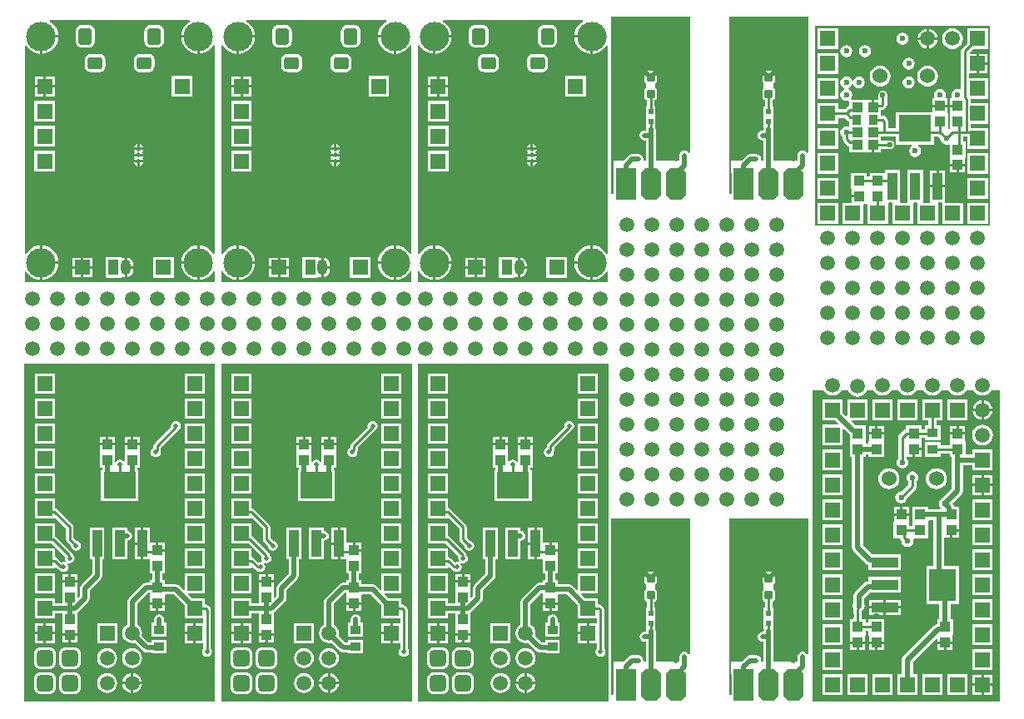
<source format=gbl>
G04*
G04 #@! TF.GenerationSoftware,Altium Limited,Altium Designer,20.1.12 (249)*
G04*
G04 Layer_Physical_Order=2*
G04 Layer_Color=16711680*
%FSLAX25Y25*%
%MOIN*%
G70*
G04*
G04 #@! TF.SameCoordinates,93090BFA-B333-45B1-ADBD-1567DB3BF8F2*
G04*
G04*
G04 #@! TF.FilePolarity,Positive*
G04*
G01*
G75*
%ADD12R,0.03937X0.03937*%
%ADD13R,0.03937X0.03543*%
%ADD14C,0.00984*%
%ADD17R,0.03543X0.03937*%
%ADD18R,0.03937X0.03937*%
G04:AMPARAMS|DCode=19|XSize=78.74mil|YSize=127.95mil|CornerRadius=0mil|HoleSize=0mil|Usage=FLASHONLY|Rotation=360.000|XOffset=0mil|YOffset=0mil|HoleType=Round|Shape=Octagon|*
%AMOCTAGOND19*
4,1,8,-0.01968,0.06398,0.01968,0.06398,0.03937,0.04429,0.03937,-0.04429,0.01968,-0.06398,-0.01968,-0.06398,-0.03937,-0.04429,-0.03937,0.04429,-0.01968,0.06398,0.0*
%
%ADD19OCTAGOND19*%

%ADD21C,0.01968*%
%ADD22R,0.03937X0.03937*%
G04:AMPARAMS|DCode=24|XSize=31.5mil|YSize=31.5mil|CornerRadius=3.94mil|HoleSize=0mil|Usage=FLASHONLY|Rotation=270.000|XOffset=0mil|YOffset=0mil|HoleType=Round|Shape=RoundedRectangle|*
%AMROUNDEDRECTD24*
21,1,0.03150,0.02362,0,0,270.0*
21,1,0.02362,0.03150,0,0,270.0*
1,1,0.00787,-0.01181,-0.01181*
1,1,0.00787,-0.01181,0.01181*
1,1,0.00787,0.01181,0.01181*
1,1,0.00787,0.01181,-0.01181*
%
%ADD24ROUNDEDRECTD24*%
%ADD37C,0.05906*%
%ADD38R,0.05906X0.05906*%
%ADD39C,0.06000*%
%ADD40R,0.05906X0.05906*%
%ADD41C,0.02362*%
%ADD42C,0.01968*%
G04:AMPARAMS|DCode=43|XSize=66.93mil|YSize=66.93mil|CornerRadius=16.73mil|HoleSize=0mil|Usage=FLASHONLY|Rotation=0.000|XOffset=0mil|YOffset=0mil|HoleType=Round|Shape=RoundedRectangle|*
%AMROUNDEDRECTD43*
21,1,0.06693,0.03347,0,0,0.0*
21,1,0.03347,0.06693,0,0,0.0*
1,1,0.03346,0.01673,-0.01673*
1,1,0.03346,-0.01673,-0.01673*
1,1,0.03346,-0.01673,0.01673*
1,1,0.03346,0.01673,0.01673*
%
%ADD43ROUNDEDRECTD43*%
%ADD44O,0.03937X0.06063*%
%ADD45R,0.03937X0.06000*%
G04:AMPARAMS|DCode=46|XSize=66.93mil|YSize=55.12mil|CornerRadius=13.78mil|HoleSize=0mil|Usage=FLASHONLY|Rotation=270.000|XOffset=0mil|YOffset=0mil|HoleType=Round|Shape=RoundedRectangle|*
%AMROUNDEDRECTD46*
21,1,0.06693,0.02756,0,0,270.0*
21,1,0.03937,0.05512,0,0,270.0*
1,1,0.02756,-0.01378,-0.01968*
1,1,0.02756,-0.01378,0.01968*
1,1,0.02756,0.01378,0.01968*
1,1,0.02756,0.01378,-0.01968*
%
%ADD46ROUNDEDRECTD46*%
G04:AMPARAMS|DCode=47|XSize=60mil|YSize=49.21mil|CornerRadius=12.3mil|HoleSize=0mil|Usage=FLASHONLY|Rotation=180.000|XOffset=0mil|YOffset=0mil|HoleType=Round|Shape=RoundedRectangle|*
%AMROUNDEDRECTD47*
21,1,0.06000,0.02461,0,0,180.0*
21,1,0.03539,0.04921,0,0,180.0*
1,1,0.02461,-0.01770,0.01230*
1,1,0.02461,0.01770,0.01230*
1,1,0.02461,0.01770,-0.01230*
1,1,0.02461,-0.01770,-0.01230*
%
%ADD47ROUNDEDRECTD47*%
%ADD48C,0.11811*%
%ADD49R,0.10630X0.03937*%
%ADD50R,0.10630X0.12992*%
%ADD51R,0.12992X0.10630*%
%ADD52R,0.03937X0.10630*%
%ADD53R,0.07874X0.12795*%
%ADD54R,0.01968X0.02362*%
G36*
X224865Y273686D02*
X224491Y273486D01*
X223440Y272623D01*
X222577Y271572D01*
X221936Y270372D01*
X221541Y269070D01*
X221457Y268217D01*
X228346D01*
Y267717D01*
X228847D01*
Y260827D01*
X229700Y260911D01*
X231002Y261306D01*
X232202Y261947D01*
X233253Y262810D01*
X234116Y263861D01*
X234315Y264235D01*
X234816Y264110D01*
Y180772D01*
X234315Y180647D01*
X234116Y181020D01*
X233253Y182072D01*
X232202Y182935D01*
X231002Y183576D01*
X229700Y183971D01*
X228847Y184055D01*
Y170276D01*
X229700Y170360D01*
X231002Y170755D01*
X232202Y171396D01*
X233253Y172259D01*
X234116Y173310D01*
X234315Y173684D01*
X234816Y173558D01*
Y169291D01*
X158885D01*
Y173558D01*
X159385Y173684D01*
X159585Y173310D01*
X160448Y172259D01*
X161499Y171396D01*
X162699Y170755D01*
X164001Y170360D01*
X164854Y170276D01*
Y184055D01*
X164001Y183971D01*
X162699Y183576D01*
X161499Y182935D01*
X160448Y182072D01*
X159585Y181020D01*
X159385Y180647D01*
X158885Y180772D01*
Y264110D01*
X159385Y264235D01*
X159585Y263861D01*
X160448Y262810D01*
X161499Y261947D01*
X162699Y261306D01*
X164001Y260911D01*
X164854Y260827D01*
Y267717D01*
X165354D01*
Y268217D01*
X172244D01*
X172160Y269070D01*
X171765Y270372D01*
X171124Y271572D01*
X170261Y272623D01*
X169209Y273486D01*
X168836Y273686D01*
X168961Y274186D01*
X224740D01*
X224865Y273686D01*
D02*
G37*
G36*
X146125D02*
X145751Y273486D01*
X144700Y272623D01*
X143837Y271572D01*
X143196Y270372D01*
X142801Y269070D01*
X142717Y268217D01*
X149606D01*
Y267717D01*
X150106D01*
Y260827D01*
X150960Y260911D01*
X152262Y261306D01*
X153461Y261947D01*
X154513Y262810D01*
X155376Y263861D01*
X155575Y264235D01*
X156075Y264110D01*
Y180772D01*
X155575Y180647D01*
X155376Y181020D01*
X154513Y182072D01*
X153461Y182935D01*
X152262Y183576D01*
X150960Y183971D01*
X150106Y184055D01*
Y170276D01*
X150960Y170360D01*
X152262Y170755D01*
X153461Y171396D01*
X154513Y172259D01*
X155376Y173310D01*
X155575Y173684D01*
X156075Y173558D01*
Y169291D01*
X80145D01*
Y173558D01*
X80645Y173684D01*
X80845Y173310D01*
X81708Y172259D01*
X82759Y171396D01*
X83959Y170755D01*
X85260Y170360D01*
X86114Y170276D01*
Y184055D01*
X85260Y183971D01*
X83959Y183576D01*
X82759Y182935D01*
X81708Y182072D01*
X80845Y181020D01*
X80645Y180647D01*
X80145Y180772D01*
Y264110D01*
X80645Y264235D01*
X80845Y263861D01*
X81708Y262810D01*
X82759Y261947D01*
X83959Y261306D01*
X85260Y260911D01*
X86114Y260827D01*
Y267717D01*
X86614D01*
Y268217D01*
X93504D01*
X93420Y269070D01*
X93025Y270372D01*
X92384Y271572D01*
X91521Y272623D01*
X90469Y273486D01*
X90096Y273686D01*
X90221Y274186D01*
X145999D01*
X146125Y273686D01*
D02*
G37*
G36*
X67384D02*
X67011Y273486D01*
X65960Y272623D01*
X65097Y271572D01*
X64455Y270372D01*
X64061Y269070D01*
X63977Y268217D01*
X70866D01*
Y267717D01*
X71366D01*
Y260827D01*
X72220Y260911D01*
X73522Y261306D01*
X74721Y261947D01*
X75773Y262810D01*
X76636Y263861D01*
X76835Y264235D01*
X77335Y264110D01*
Y180772D01*
X76835Y180647D01*
X76636Y181020D01*
X75773Y182072D01*
X74721Y182935D01*
X73522Y183576D01*
X72220Y183971D01*
X71366Y184055D01*
Y170276D01*
X72220Y170360D01*
X73522Y170755D01*
X74721Y171396D01*
X75773Y172259D01*
X76636Y173310D01*
X76835Y173684D01*
X77335Y173558D01*
Y169291D01*
X1405D01*
Y173558D01*
X1905Y173684D01*
X2104Y173310D01*
X2967Y172259D01*
X4019Y171396D01*
X5219Y170755D01*
X6520Y170360D01*
X7374Y170276D01*
Y184055D01*
X6520Y183971D01*
X5219Y183576D01*
X4019Y182935D01*
X2967Y182072D01*
X2104Y181020D01*
X1905Y180647D01*
X1405Y180772D01*
Y264110D01*
X1905Y264235D01*
X2104Y263861D01*
X2967Y262810D01*
X4019Y261947D01*
X5219Y261306D01*
X6520Y260911D01*
X7374Y260827D01*
Y267717D01*
X7874D01*
Y268217D01*
X14764D01*
X14680Y269070D01*
X14285Y270372D01*
X13644Y271572D01*
X12781Y272623D01*
X11729Y273486D01*
X11356Y273686D01*
X11481Y274186D01*
X67259D01*
X67384Y273686D01*
D02*
G37*
G36*
X314961Y221201D02*
X314461Y221049D01*
X314132Y221541D01*
X313481Y221976D01*
X312713Y222129D01*
X311945Y221976D01*
X311293Y221541D01*
X310858Y220890D01*
X310705Y220122D01*
Y218091D01*
X301220D01*
Y225590D01*
X301220Y225591D01*
Y230591D01*
X301147Y230957D01*
X301181Y231457D01*
X301181Y231457D01*
X301181Y231457D01*
Y239724D01*
X300718D01*
Y242222D01*
X300931Y242265D01*
X301387Y242569D01*
X301692Y243025D01*
X301799Y243563D01*
Y245925D01*
X301692Y246463D01*
X301387Y246919D01*
X301181Y247056D01*
Y249125D01*
X301387Y249262D01*
X301692Y249718D01*
X301799Y250256D01*
Y252618D01*
X301797Y252629D01*
X299909Y250741D01*
X299213Y251437D01*
X298517Y250741D01*
X296629Y252629D01*
X296626Y252618D01*
Y250256D01*
X296733Y249718D01*
X297038Y249262D01*
X297244Y249125D01*
Y247056D01*
X297038Y246919D01*
X296733Y246463D01*
X296626Y245925D01*
Y243563D01*
X296733Y243025D01*
X297038Y242569D01*
X297494Y242265D01*
X297707Y242222D01*
Y239724D01*
X297244D01*
Y231457D01*
X297244Y231457D01*
X297244D01*
X297278Y230957D01*
X297205Y230591D01*
Y230098D01*
X296713D01*
X295944Y229945D01*
X295293Y229510D01*
X294858Y228859D01*
X294706Y228091D01*
X294858Y227323D01*
X295293Y226671D01*
X295944Y226236D01*
X296713Y226083D01*
X297205D01*
Y225591D01*
X297205Y225590D01*
Y218091D01*
X296508D01*
X296191Y218477D01*
X296220Y218622D01*
X296067Y219390D01*
X295632Y220041D01*
X294981Y220476D01*
X294213Y220629D01*
X291713D01*
X290945Y220476D01*
X290293Y220041D01*
X288343Y218091D01*
X284213D01*
Y213090D01*
X284291D01*
Y204724D01*
X283465D01*
Y275590D01*
X314961D01*
Y221201D01*
D02*
G37*
G36*
X267717D02*
X267216Y221049D01*
X266888Y221541D01*
X266237Y221976D01*
X265469Y222129D01*
X264700Y221976D01*
X264049Y221541D01*
X263614Y220890D01*
X263461Y220122D01*
Y218091D01*
X253976D01*
Y225590D01*
X253976Y225591D01*
Y230591D01*
X253903Y230957D01*
X253937Y231457D01*
X253937Y231457D01*
X253937Y231457D01*
Y239724D01*
X253474D01*
Y242222D01*
X253687Y242265D01*
X254143Y242569D01*
X254448Y243025D01*
X254555Y243563D01*
Y245925D01*
X254448Y246463D01*
X254143Y246919D01*
X253937Y247056D01*
Y249125D01*
X254143Y249262D01*
X254448Y249718D01*
X254555Y250256D01*
Y252618D01*
X254552Y252629D01*
X252664Y250741D01*
X251969Y251437D01*
X251273Y250741D01*
X249385Y252629D01*
X249382Y252618D01*
Y250256D01*
X249489Y249718D01*
X249794Y249262D01*
X250000Y249125D01*
Y247056D01*
X249794Y246919D01*
X249489Y246463D01*
X249382Y245925D01*
Y243563D01*
X249489Y243025D01*
X249794Y242569D01*
X250250Y242265D01*
X250463Y242222D01*
Y239724D01*
X250000D01*
Y231457D01*
X250000Y231457D01*
X250000D01*
X250034Y230957D01*
X249961Y230591D01*
Y230098D01*
X249468D01*
X248700Y229945D01*
X248049Y229510D01*
X247614Y228859D01*
X247461Y228091D01*
X247614Y227323D01*
X248049Y226671D01*
X248700Y226236D01*
X249468Y226083D01*
X249961D01*
Y225591D01*
X249961Y225590D01*
Y218091D01*
X249264D01*
X248947Y218477D01*
X248976Y218622D01*
X248823Y219390D01*
X248388Y220041D01*
X247737Y220476D01*
X246969Y220629D01*
X244468D01*
X243700Y220476D01*
X243049Y220041D01*
X241099Y218091D01*
X236968D01*
Y213090D01*
X237047D01*
Y204724D01*
X236221D01*
Y275590D01*
X267717D01*
Y221201D01*
D02*
G37*
G36*
X387835Y191850D02*
X317835D01*
Y271850D01*
X387835D01*
Y191850D01*
D02*
G37*
G36*
X351855Y125162D02*
X352718Y124499D01*
X353724Y124083D01*
X354803Y123941D01*
X355882Y124083D01*
X356888Y124499D01*
X357751Y125162D01*
X358382Y125984D01*
X361224D01*
X361855Y125162D01*
X362718Y124499D01*
X363724Y124083D01*
X364803Y123941D01*
X365882Y124083D01*
X366888Y124499D01*
X367752Y125162D01*
X368382Y125984D01*
X371224D01*
X371855Y125162D01*
X372718Y124499D01*
X373724Y124083D01*
X374803Y123941D01*
X375882Y124083D01*
X376888Y124499D01*
X377751Y125162D01*
X378382Y125984D01*
X381224D01*
X381855Y125162D01*
X382718Y124499D01*
X383724Y124083D01*
X384803Y123941D01*
X385882Y124083D01*
X386888Y124499D01*
X387752Y125162D01*
X388382Y125984D01*
X391732D01*
Y1405D01*
X316929D01*
Y125984D01*
X321224D01*
X321855Y125162D01*
X322718Y124499D01*
X323724Y124083D01*
X324803Y123941D01*
X325882Y124083D01*
X326888Y124499D01*
X327751Y125162D01*
X328382Y125984D01*
X330991D01*
X331155Y125589D01*
X331818Y124725D01*
X332681Y124062D01*
X333687Y123646D01*
X334766Y123504D01*
X335845Y123646D01*
X336851Y124062D01*
X337714Y124725D01*
X338377Y125589D01*
X338541Y125984D01*
X341224D01*
X341855Y125162D01*
X342718Y124499D01*
X343724Y124083D01*
X344803Y123941D01*
X345882Y124083D01*
X346888Y124499D01*
X347751Y125162D01*
X348382Y125984D01*
X351224D01*
X351855Y125162D01*
D02*
G37*
G36*
X314961Y20413D02*
X314461Y20262D01*
X314132Y20754D01*
X313481Y21189D01*
X312713Y21342D01*
X311945Y21189D01*
X311293Y20754D01*
X310858Y20103D01*
X310705Y19335D01*
Y17303D01*
X301220D01*
Y24803D01*
X301220Y24803D01*
Y29803D01*
X301147Y30169D01*
X301181Y30669D01*
X301181Y30669D01*
X301181Y30669D01*
Y38937D01*
X300718D01*
Y41435D01*
X300931Y41478D01*
X301387Y41782D01*
X301692Y42238D01*
X301799Y42776D01*
Y45138D01*
X301692Y45676D01*
X301387Y46131D01*
X301181Y46269D01*
Y48337D01*
X301387Y48475D01*
X301692Y48931D01*
X301799Y49468D01*
Y51831D01*
X301797Y51842D01*
X299909Y49954D01*
X299213Y50650D01*
X298517Y49954D01*
X296629Y51841D01*
X296626Y51831D01*
Y49468D01*
X296733Y48931D01*
X297038Y48475D01*
X297244Y48337D01*
Y46269D01*
X297038Y46131D01*
X296733Y45676D01*
X296626Y45138D01*
Y42776D01*
X296733Y42238D01*
X297038Y41782D01*
X297494Y41478D01*
X297707Y41435D01*
Y38937D01*
X297244D01*
Y30669D01*
X297244Y30669D01*
X297244D01*
X297278Y30169D01*
X297205Y29803D01*
Y29310D01*
X296713D01*
X295944Y29157D01*
X295293Y28722D01*
X294858Y28071D01*
X294706Y27303D01*
X294858Y26535D01*
X295293Y25884D01*
X295944Y25449D01*
X296713Y25296D01*
X297205D01*
Y24803D01*
X297205Y24803D01*
Y17303D01*
X296508D01*
X296191Y17690D01*
X296220Y17835D01*
X296067Y18603D01*
X295632Y19254D01*
X294981Y19689D01*
X294213Y19842D01*
X291713D01*
X290945Y19689D01*
X290293Y19254D01*
X288343Y17303D01*
X284213D01*
Y12303D01*
X284291D01*
Y3937D01*
X283465D01*
Y74803D01*
X314961D01*
Y20413D01*
D02*
G37*
G36*
X267717D02*
X267216Y20262D01*
X266888Y20754D01*
X266237Y21189D01*
X265469Y21342D01*
X264700Y21189D01*
X264049Y20754D01*
X263614Y20103D01*
X263461Y19335D01*
Y17303D01*
X253976D01*
Y24803D01*
X253976Y24803D01*
Y29803D01*
X253903Y30169D01*
X253937Y30669D01*
X253937Y30669D01*
X253937Y30669D01*
Y38937D01*
X253474D01*
Y41435D01*
X253687Y41478D01*
X254143Y41782D01*
X254448Y42238D01*
X254555Y42776D01*
Y45138D01*
X254448Y45676D01*
X254143Y46131D01*
X253937Y46269D01*
Y48337D01*
X254143Y48475D01*
X254448Y48931D01*
X254555Y49468D01*
Y51831D01*
X254552Y51842D01*
X252664Y49954D01*
X251969Y50650D01*
X251273Y49954D01*
X249385Y51841D01*
X249382Y51831D01*
Y49468D01*
X249489Y48931D01*
X249794Y48475D01*
X250000Y48337D01*
Y46269D01*
X249794Y46131D01*
X249489Y45676D01*
X249382Y45138D01*
Y42776D01*
X249489Y42238D01*
X249794Y41782D01*
X250250Y41478D01*
X250463Y41435D01*
Y38937D01*
X250000D01*
Y30669D01*
X250000Y30669D01*
X250000D01*
X250034Y30169D01*
X249961Y29803D01*
Y29310D01*
X249468D01*
X248700Y29157D01*
X248049Y28722D01*
X247614Y28071D01*
X247461Y27303D01*
X247614Y26535D01*
X248049Y25884D01*
X248700Y25449D01*
X249468Y25296D01*
X249961D01*
Y24803D01*
X249961Y24803D01*
Y17303D01*
X249264D01*
X248947Y17690D01*
X248976Y17835D01*
X248823Y18603D01*
X248388Y19254D01*
X247737Y19689D01*
X246969Y19842D01*
X244468D01*
X243700Y19689D01*
X243049Y19254D01*
X241099Y17303D01*
X236968D01*
Y12303D01*
X237047D01*
Y3937D01*
X236221D01*
Y74803D01*
X267717D01*
Y20413D01*
D02*
G37*
G36*
X235016Y1204D02*
X158685D01*
Y136591D01*
X235016D01*
Y1204D01*
D02*
G37*
G36*
X156276D02*
X79944D01*
Y136591D01*
X156276D01*
Y1204D01*
D02*
G37*
G36*
X77536D02*
X1204D01*
Y136591D01*
X77536D01*
Y1204D01*
D02*
G37*
%LPC*%
G36*
X212008Y272365D02*
X209252D01*
X208584Y272277D01*
X207961Y272019D01*
X207427Y271609D01*
X207017Y271074D01*
X206759Y270451D01*
X206671Y269783D01*
Y265846D01*
X206759Y265178D01*
X207017Y264556D01*
X207427Y264021D01*
X207961Y263611D01*
X208584Y263353D01*
X209252Y263265D01*
X212008D01*
X212676Y263353D01*
X213299Y263611D01*
X213833Y264021D01*
X214243Y264556D01*
X214501Y265178D01*
X214589Y265846D01*
Y269783D01*
X214501Y270451D01*
X214243Y271074D01*
X213833Y271609D01*
X213299Y272019D01*
X212676Y272277D01*
X212008Y272365D01*
D02*
G37*
G36*
X184449D02*
X181693D01*
X181025Y272277D01*
X180402Y272019D01*
X179868Y271609D01*
X179458Y271074D01*
X179200Y270451D01*
X179112Y269783D01*
Y265846D01*
X179200Y265178D01*
X179458Y264556D01*
X179868Y264021D01*
X180402Y263611D01*
X181025Y263353D01*
X181693Y263265D01*
X184449D01*
X185117Y263353D01*
X185739Y263611D01*
X186274Y264021D01*
X186684Y264556D01*
X186942Y265178D01*
X187030Y265846D01*
Y269783D01*
X186942Y270451D01*
X186684Y271074D01*
X186274Y271609D01*
X185739Y272019D01*
X185117Y272277D01*
X184449Y272365D01*
D02*
G37*
G36*
X227847Y267217D02*
X221457D01*
X221541Y266363D01*
X221936Y265061D01*
X222577Y263861D01*
X223440Y262810D01*
X224491Y261947D01*
X225691Y261306D01*
X226993Y260911D01*
X227847Y260827D01*
Y267217D01*
D02*
G37*
G36*
X172244D02*
X165854D01*
Y260827D01*
X166708Y260911D01*
X168010Y261306D01*
X169209Y261947D01*
X170261Y262810D01*
X171124Y263861D01*
X171765Y265061D01*
X172160Y266363D01*
X172244Y267217D01*
D02*
G37*
G36*
X208463Y260776D02*
X204923D01*
X203982Y260589D01*
X203185Y260055D01*
X202652Y259258D01*
X202465Y258317D01*
Y255856D01*
X202652Y254915D01*
X203185Y254118D01*
X203982Y253585D01*
X204923Y253398D01*
X208463D01*
X209403Y253585D01*
X210201Y254118D01*
X210734Y254915D01*
X210921Y255856D01*
Y258317D01*
X210734Y259258D01*
X210201Y260055D01*
X209403Y260589D01*
X208463Y260776D01*
D02*
G37*
G36*
X188778D02*
X185238D01*
X184297Y260589D01*
X183500Y260055D01*
X182967Y259258D01*
X182780Y258317D01*
Y255856D01*
X182967Y254915D01*
X183500Y254118D01*
X184297Y253585D01*
X185238Y253398D01*
X188778D01*
X189718Y253585D01*
X190516Y254118D01*
X191049Y254915D01*
X191236Y255856D01*
Y258317D01*
X191049Y259258D01*
X190516Y260055D01*
X189718Y260589D01*
X188778Y260776D01*
D02*
G37*
G36*
X170803Y251669D02*
X167350D01*
Y248217D01*
X170803D01*
Y251669D01*
D02*
G37*
G36*
X166350D02*
X162898D01*
Y248217D01*
X166350D01*
Y251669D01*
D02*
G37*
G36*
X170803Y247217D02*
X167350D01*
Y243764D01*
X170803D01*
Y247217D01*
D02*
G37*
G36*
X166350D02*
X162898D01*
Y243764D01*
X166350D01*
Y247217D01*
D02*
G37*
G36*
X225984Y251850D02*
X217717D01*
Y243583D01*
X225984D01*
Y251850D01*
D02*
G37*
G36*
X170984Y241850D02*
X162717D01*
Y233583D01*
X170984D01*
Y241850D01*
D02*
G37*
G36*
Y231850D02*
X162717D01*
Y223583D01*
X170984D01*
Y231850D01*
D02*
G37*
G36*
X204850Y224640D02*
Y223217D01*
X206274D01*
X206220Y223491D01*
X205781Y224147D01*
X205125Y224586D01*
X204850Y224640D01*
D02*
G37*
G36*
X203850D02*
X203576Y224586D01*
X202920Y224147D01*
X202481Y223491D01*
X202427Y223217D01*
X203850D01*
Y224640D01*
D02*
G37*
G36*
X206274Y222217D02*
X202427D01*
X202481Y221942D01*
X202799Y221467D01*
X202481Y220991D01*
X202427Y220717D01*
X206274D01*
X206220Y220991D01*
X205902Y221467D01*
X206220Y221942D01*
X206274Y222217D01*
D02*
G37*
G36*
Y219717D02*
X202427D01*
X202481Y219442D01*
X202799Y218967D01*
X202481Y218491D01*
X202427Y218217D01*
X206274D01*
X206220Y218491D01*
X205902Y218967D01*
X206220Y219442D01*
X206274Y219717D01*
D02*
G37*
G36*
Y217217D02*
X204850D01*
Y215793D01*
X205125Y215847D01*
X205781Y216286D01*
X206220Y216942D01*
X206274Y217217D01*
D02*
G37*
G36*
X203850D02*
X202427D01*
X202481Y216942D01*
X202920Y216286D01*
X203576Y215847D01*
X203850Y215793D01*
Y217217D01*
D02*
G37*
G36*
X170984Y221850D02*
X162717D01*
Y213583D01*
X170984D01*
Y221850D01*
D02*
G37*
G36*
X227847Y184055D02*
X226993Y183971D01*
X225691Y183576D01*
X224491Y182935D01*
X223440Y182072D01*
X222577Y181020D01*
X221936Y179821D01*
X221541Y178519D01*
X221457Y177665D01*
X227847D01*
Y184055D01*
D02*
G37*
G36*
X165854D02*
Y177665D01*
X172244D01*
X172160Y178519D01*
X171765Y179821D01*
X171124Y181020D01*
X170261Y182072D01*
X169209Y182935D01*
X168010Y183576D01*
X166708Y183971D01*
X165854Y184055D01*
D02*
G37*
G36*
X199811Y179208D02*
Y175717D01*
X202305D01*
Y176279D01*
X202203Y177055D01*
X201904Y177777D01*
X201428Y178397D01*
X200808Y178873D01*
X200086Y179172D01*
X199811Y179208D01*
D02*
G37*
G36*
X185803Y179169D02*
X182350D01*
Y175717D01*
X185803D01*
Y179169D01*
D02*
G37*
G36*
X181350D02*
X177898D01*
Y175717D01*
X181350D01*
Y179169D01*
D02*
G37*
G36*
X185803Y174717D02*
X182350D01*
Y171264D01*
X185803D01*
Y174717D01*
D02*
G37*
G36*
X181350D02*
X177898D01*
Y171264D01*
X181350D01*
Y174717D01*
D02*
G37*
G36*
X202305Y174717D02*
X199811D01*
Y171225D01*
X200086Y171262D01*
X200808Y171561D01*
X201428Y172036D01*
X201904Y172657D01*
X202203Y173379D01*
X202305Y174154D01*
Y174717D01*
D02*
G37*
G36*
X197539Y179398D02*
X191240D01*
Y171035D01*
X197539D01*
Y171182D01*
X198039Y171467D01*
X198536Y171262D01*
X198811Y171225D01*
Y175217D01*
Y179208D01*
X198536Y179172D01*
X198039Y178966D01*
X197539Y179251D01*
Y179398D01*
D02*
G37*
G36*
X218484Y179350D02*
X210217D01*
Y171083D01*
X218484D01*
Y179350D01*
D02*
G37*
G36*
X227847Y176665D02*
X221457D01*
X221541Y175812D01*
X221936Y174510D01*
X222577Y173310D01*
X223440Y172259D01*
X224491Y171396D01*
X225691Y170755D01*
X226993Y170360D01*
X227847Y170276D01*
Y176665D01*
D02*
G37*
G36*
X172244D02*
X165854D01*
Y170276D01*
X166708Y170360D01*
X168010Y170755D01*
X169209Y171396D01*
X170261Y172259D01*
X171124Y173310D01*
X171765Y174510D01*
X172160Y175812D01*
X172244Y176665D01*
D02*
G37*
G36*
X133268Y272365D02*
X130512D01*
X129844Y272277D01*
X129221Y272019D01*
X128687Y271609D01*
X128277Y271074D01*
X128019Y270451D01*
X127931Y269783D01*
Y265846D01*
X128019Y265178D01*
X128277Y264556D01*
X128687Y264021D01*
X129221Y263611D01*
X129844Y263353D01*
X130512Y263265D01*
X133268D01*
X133936Y263353D01*
X134558Y263611D01*
X135093Y264021D01*
X135503Y264556D01*
X135761Y265178D01*
X135849Y265846D01*
Y269783D01*
X135761Y270451D01*
X135503Y271074D01*
X135093Y271609D01*
X134558Y272019D01*
X133936Y272277D01*
X133268Y272365D01*
D02*
G37*
G36*
X105709D02*
X102953D01*
X102285Y272277D01*
X101662Y272019D01*
X101128Y271609D01*
X100717Y271074D01*
X100460Y270451D01*
X100372Y269783D01*
Y265846D01*
X100460Y265178D01*
X100717Y264556D01*
X101128Y264021D01*
X101662Y263611D01*
X102285Y263353D01*
X102953Y263265D01*
X105709D01*
X106377Y263353D01*
X106999Y263611D01*
X107534Y264021D01*
X107944Y264556D01*
X108202Y265178D01*
X108290Y265846D01*
Y269783D01*
X108202Y270451D01*
X107944Y271074D01*
X107534Y271609D01*
X106999Y272019D01*
X106377Y272277D01*
X105709Y272365D01*
D02*
G37*
G36*
X149106Y267217D02*
X142717D01*
X142801Y266363D01*
X143196Y265061D01*
X143837Y263861D01*
X144700Y262810D01*
X145751Y261947D01*
X146951Y261306D01*
X148253Y260911D01*
X149106Y260827D01*
Y267217D01*
D02*
G37*
G36*
X93504D02*
X87114D01*
Y260827D01*
X87968Y260911D01*
X89270Y261306D01*
X90469Y261947D01*
X91521Y262810D01*
X92384Y263861D01*
X93025Y265061D01*
X93420Y266363D01*
X93504Y267217D01*
D02*
G37*
G36*
X129722Y260776D02*
X126183D01*
X125242Y260589D01*
X124445Y260055D01*
X123912Y259258D01*
X123724Y258317D01*
Y255856D01*
X123912Y254915D01*
X124445Y254118D01*
X125242Y253585D01*
X126183Y253398D01*
X129722D01*
X130663Y253585D01*
X131461Y254118D01*
X131994Y254915D01*
X132181Y255856D01*
Y258317D01*
X131994Y259258D01*
X131461Y260055D01*
X130663Y260589D01*
X129722Y260776D01*
D02*
G37*
G36*
X110037D02*
X106498D01*
X105557Y260589D01*
X104760Y260055D01*
X104227Y259258D01*
X104039Y258317D01*
Y255856D01*
X104227Y254915D01*
X104760Y254118D01*
X105557Y253585D01*
X106498Y253398D01*
X110037D01*
X110978Y253585D01*
X111776Y254118D01*
X112309Y254915D01*
X112496Y255856D01*
Y258317D01*
X112309Y259258D01*
X111776Y260055D01*
X110978Y260589D01*
X110037Y260776D01*
D02*
G37*
G36*
X92063Y251669D02*
X88610D01*
Y248217D01*
X92063D01*
Y251669D01*
D02*
G37*
G36*
X87610D02*
X84158D01*
Y248217D01*
X87610D01*
Y251669D01*
D02*
G37*
G36*
X92063Y247217D02*
X88610D01*
Y243764D01*
X92063D01*
Y247217D01*
D02*
G37*
G36*
X87610D02*
X84158D01*
Y243764D01*
X87610D01*
Y247217D01*
D02*
G37*
G36*
X147244Y251850D02*
X138976D01*
Y243583D01*
X147244D01*
Y251850D01*
D02*
G37*
G36*
X92244Y241850D02*
X83976D01*
Y233583D01*
X92244D01*
Y241850D01*
D02*
G37*
G36*
Y231850D02*
X83976D01*
Y223583D01*
X92244D01*
Y231850D01*
D02*
G37*
G36*
X126110Y224640D02*
Y223217D01*
X127534D01*
X127479Y223491D01*
X127041Y224147D01*
X126384Y224586D01*
X126110Y224640D01*
D02*
G37*
G36*
X125110D02*
X124836Y224586D01*
X124180Y224147D01*
X123741Y223491D01*
X123687Y223217D01*
X125110D01*
Y224640D01*
D02*
G37*
G36*
X127534Y222217D02*
X123687D01*
X123741Y221942D01*
X124059Y221467D01*
X123741Y220991D01*
X123687Y220717D01*
X127534D01*
X127479Y220991D01*
X127162Y221467D01*
X127479Y221942D01*
X127534Y222217D01*
D02*
G37*
G36*
Y219717D02*
X123687D01*
X123741Y219442D01*
X124059Y218967D01*
X123741Y218491D01*
X123687Y218217D01*
X127534D01*
X127479Y218491D01*
X127162Y218967D01*
X127479Y219442D01*
X127534Y219717D01*
D02*
G37*
G36*
Y217217D02*
X126110D01*
Y215793D01*
X126384Y215847D01*
X127041Y216286D01*
X127479Y216942D01*
X127534Y217217D01*
D02*
G37*
G36*
X125110D02*
X123687D01*
X123741Y216942D01*
X124180Y216286D01*
X124836Y215847D01*
X125110Y215793D01*
Y217217D01*
D02*
G37*
G36*
X92244Y221850D02*
X83976D01*
Y213583D01*
X92244D01*
Y221850D01*
D02*
G37*
G36*
X149106Y184055D02*
X148253Y183971D01*
X146951Y183576D01*
X145751Y182935D01*
X144700Y182072D01*
X143837Y181020D01*
X143196Y179821D01*
X142801Y178519D01*
X142717Y177665D01*
X149106D01*
Y184055D01*
D02*
G37*
G36*
X87114D02*
Y177665D01*
X93504D01*
X93420Y178519D01*
X93025Y179821D01*
X92384Y181020D01*
X91521Y182072D01*
X90469Y182935D01*
X89270Y183576D01*
X87968Y183971D01*
X87114Y184055D01*
D02*
G37*
G36*
X121071Y179208D02*
Y175717D01*
X123565D01*
Y176279D01*
X123463Y177055D01*
X123164Y177777D01*
X122688Y178397D01*
X122068Y178873D01*
X121346Y179172D01*
X121071Y179208D01*
D02*
G37*
G36*
X107063Y179169D02*
X103610D01*
Y175717D01*
X107063D01*
Y179169D01*
D02*
G37*
G36*
X102610D02*
X99158D01*
Y175717D01*
X102610D01*
Y179169D01*
D02*
G37*
G36*
X107063Y174717D02*
X103610D01*
Y171264D01*
X107063D01*
Y174717D01*
D02*
G37*
G36*
X102610D02*
X99158D01*
Y171264D01*
X102610D01*
Y174717D01*
D02*
G37*
G36*
X123565Y174717D02*
X121071D01*
Y171225D01*
X121346Y171262D01*
X122068Y171561D01*
X122688Y172036D01*
X123164Y172657D01*
X123463Y173379D01*
X123565Y174154D01*
Y174717D01*
D02*
G37*
G36*
X118799Y179398D02*
X112500D01*
Y171035D01*
X118799D01*
Y171182D01*
X119299Y171467D01*
X119796Y171262D01*
X120071Y171225D01*
Y175217D01*
Y179208D01*
X119796Y179172D01*
X119299Y178966D01*
X118799Y179251D01*
Y179398D01*
D02*
G37*
G36*
X139744Y179350D02*
X131476D01*
Y171083D01*
X139744D01*
Y179350D01*
D02*
G37*
G36*
X149106Y176665D02*
X142717D01*
X142801Y175812D01*
X143196Y174510D01*
X143837Y173310D01*
X144700Y172259D01*
X145751Y171396D01*
X146951Y170755D01*
X148253Y170360D01*
X149106Y170276D01*
Y176665D01*
D02*
G37*
G36*
X93504D02*
X87114D01*
Y170276D01*
X87968Y170360D01*
X89270Y170755D01*
X90469Y171396D01*
X91521Y172259D01*
X92384Y173310D01*
X93025Y174510D01*
X93420Y175812D01*
X93504Y176665D01*
D02*
G37*
G36*
X54528Y272365D02*
X51772D01*
X51104Y272277D01*
X50481Y272019D01*
X49946Y271609D01*
X49536Y271074D01*
X49279Y270451D01*
X49191Y269783D01*
Y265846D01*
X49279Y265178D01*
X49536Y264556D01*
X49946Y264021D01*
X50481Y263611D01*
X51104Y263353D01*
X51772Y263265D01*
X54528D01*
X55196Y263353D01*
X55818Y263611D01*
X56353Y264021D01*
X56763Y264556D01*
X57021Y265178D01*
X57109Y265846D01*
Y269783D01*
X57021Y270451D01*
X56763Y271074D01*
X56353Y271609D01*
X55818Y272019D01*
X55196Y272277D01*
X54528Y272365D01*
D02*
G37*
G36*
X26969D02*
X24213D01*
X23545Y272277D01*
X22922Y272019D01*
X22388Y271609D01*
X21977Y271074D01*
X21719Y270451D01*
X21632Y269783D01*
Y265846D01*
X21719Y265178D01*
X21977Y264556D01*
X22388Y264021D01*
X22922Y263611D01*
X23545Y263353D01*
X24213Y263265D01*
X26969D01*
X27637Y263353D01*
X28259Y263611D01*
X28794Y264021D01*
X29204Y264556D01*
X29462Y265178D01*
X29550Y265846D01*
Y269783D01*
X29462Y270451D01*
X29204Y271074D01*
X28794Y271609D01*
X28259Y272019D01*
X27637Y272277D01*
X26969Y272365D01*
D02*
G37*
G36*
X70366Y267217D02*
X63977D01*
X64061Y266363D01*
X64455Y265061D01*
X65097Y263861D01*
X65960Y262810D01*
X67011Y261947D01*
X68211Y261306D01*
X69512Y260911D01*
X70366Y260827D01*
Y267217D01*
D02*
G37*
G36*
X14764D02*
X8374D01*
Y260827D01*
X9228Y260911D01*
X10529Y261306D01*
X11729Y261947D01*
X12781Y262810D01*
X13644Y263861D01*
X14285Y265061D01*
X14680Y266363D01*
X14764Y267217D01*
D02*
G37*
G36*
X50982Y260776D02*
X47443D01*
X46502Y260589D01*
X45704Y260055D01*
X45171Y259258D01*
X44984Y258317D01*
Y255856D01*
X45171Y254915D01*
X45704Y254118D01*
X46502Y253585D01*
X47443Y253398D01*
X50982D01*
X51923Y253585D01*
X52721Y254118D01*
X53254Y254915D01*
X53441Y255856D01*
Y258317D01*
X53254Y259258D01*
X52721Y260055D01*
X51923Y260589D01*
X50982Y260776D01*
D02*
G37*
G36*
X31297D02*
X27758D01*
X26817Y260589D01*
X26019Y260055D01*
X25486Y259258D01*
X25299Y258317D01*
Y255856D01*
X25486Y254915D01*
X26019Y254118D01*
X26817Y253585D01*
X27758Y253398D01*
X31297D01*
X32238Y253585D01*
X33036Y254118D01*
X33569Y254915D01*
X33756Y255856D01*
Y258317D01*
X33569Y259258D01*
X33036Y260055D01*
X32238Y260589D01*
X31297Y260776D01*
D02*
G37*
G36*
X13323Y251669D02*
X9870D01*
Y248217D01*
X13323D01*
Y251669D01*
D02*
G37*
G36*
X8870D02*
X5417D01*
Y248217D01*
X8870D01*
Y251669D01*
D02*
G37*
G36*
X13323Y247217D02*
X9870D01*
Y243764D01*
X13323D01*
Y247217D01*
D02*
G37*
G36*
X8870D02*
X5417D01*
Y243764D01*
X8870D01*
Y247217D01*
D02*
G37*
G36*
X68504Y251850D02*
X60236D01*
Y243583D01*
X68504D01*
Y251850D01*
D02*
G37*
G36*
X13504Y241850D02*
X5236D01*
Y233583D01*
X13504D01*
Y241850D01*
D02*
G37*
G36*
Y231850D02*
X5236D01*
Y223583D01*
X13504D01*
Y231850D01*
D02*
G37*
G36*
X47370Y224640D02*
Y223217D01*
X48794D01*
X48739Y223491D01*
X48301Y224147D01*
X47644Y224586D01*
X47370Y224640D01*
D02*
G37*
G36*
X46370D02*
X46096Y224586D01*
X45439Y224147D01*
X45001Y223491D01*
X44946Y223217D01*
X46370D01*
Y224640D01*
D02*
G37*
G36*
X48794Y222217D02*
X44946D01*
X45001Y221942D01*
X45319Y221467D01*
X45001Y220991D01*
X44946Y220717D01*
X48794D01*
X48739Y220991D01*
X48421Y221467D01*
X48739Y221942D01*
X48794Y222217D01*
D02*
G37*
G36*
Y219717D02*
X44946D01*
X45001Y219442D01*
X45319Y218967D01*
X45001Y218491D01*
X44946Y218217D01*
X48794D01*
X48739Y218491D01*
X48421Y218967D01*
X48739Y219442D01*
X48794Y219717D01*
D02*
G37*
G36*
Y217217D02*
X47370D01*
Y215793D01*
X47644Y215847D01*
X48301Y216286D01*
X48739Y216942D01*
X48794Y217217D01*
D02*
G37*
G36*
X46370D02*
X44946D01*
X45001Y216942D01*
X45439Y216286D01*
X46096Y215847D01*
X46370Y215793D01*
Y217217D01*
D02*
G37*
G36*
X13504Y221850D02*
X5236D01*
Y213583D01*
X13504D01*
Y221850D01*
D02*
G37*
G36*
X70366Y184055D02*
X69512Y183971D01*
X68211Y183576D01*
X67011Y182935D01*
X65960Y182072D01*
X65097Y181020D01*
X64455Y179821D01*
X64061Y178519D01*
X63977Y177665D01*
X70366D01*
Y184055D01*
D02*
G37*
G36*
X8374D02*
Y177665D01*
X14764D01*
X14680Y178519D01*
X14285Y179821D01*
X13644Y181020D01*
X12781Y182072D01*
X11729Y182935D01*
X10529Y183576D01*
X9228Y183971D01*
X8374Y184055D01*
D02*
G37*
G36*
X42331Y179208D02*
Y175717D01*
X44825D01*
Y176279D01*
X44723Y177055D01*
X44424Y177777D01*
X43948Y178397D01*
X43328Y178873D01*
X42606Y179172D01*
X42331Y179208D01*
D02*
G37*
G36*
X28323Y179169D02*
X24870D01*
Y175717D01*
X28323D01*
Y179169D01*
D02*
G37*
G36*
X23870D02*
X20417D01*
Y175717D01*
X23870D01*
Y179169D01*
D02*
G37*
G36*
X28323Y174717D02*
X24870D01*
Y171264D01*
X28323D01*
Y174717D01*
D02*
G37*
G36*
X23870D02*
X20417D01*
Y171264D01*
X23870D01*
Y174717D01*
D02*
G37*
G36*
X44825Y174717D02*
X42331D01*
Y171225D01*
X42606Y171262D01*
X43328Y171561D01*
X43948Y172036D01*
X44424Y172657D01*
X44723Y173379D01*
X44825Y174154D01*
Y174717D01*
D02*
G37*
G36*
X40059Y179398D02*
X33760D01*
Y171035D01*
X40059D01*
Y171182D01*
X40559Y171467D01*
X41056Y171262D01*
X41331Y171225D01*
Y175217D01*
Y179208D01*
X41056Y179172D01*
X40559Y178966D01*
X40059Y179251D01*
Y179398D01*
D02*
G37*
G36*
X61004Y179350D02*
X52736D01*
Y171083D01*
X61004D01*
Y179350D01*
D02*
G37*
G36*
X70366Y176665D02*
X63977D01*
X64061Y175812D01*
X64455Y174510D01*
X65097Y173310D01*
X65960Y172259D01*
X67011Y171396D01*
X68211Y170755D01*
X69512Y170360D01*
X70366Y170276D01*
Y176665D01*
D02*
G37*
G36*
X14764D02*
X8374D01*
Y170276D01*
X9228Y170360D01*
X10529Y170755D01*
X11729Y171396D01*
X12781Y172259D01*
X13644Y173310D01*
X14285Y174510D01*
X14680Y175812D01*
X14764Y176665D01*
D02*
G37*
G36*
X300394Y254023D02*
X298031D01*
X298021Y254021D01*
X299213Y252829D01*
X300405Y254021D01*
X300394Y254023D01*
D02*
G37*
G36*
X253150D02*
X250787D01*
X250777Y254021D01*
X251969Y252829D01*
X253160Y254021D01*
X253150Y254023D01*
D02*
G37*
G36*
X363335Y270771D02*
Y267350D01*
X366756D01*
X366686Y267882D01*
X366287Y268844D01*
X365654Y269670D01*
X364828Y270303D01*
X363866Y270701D01*
X363335Y270771D01*
D02*
G37*
G36*
X362335D02*
X361803Y270701D01*
X360841Y270303D01*
X360016Y269670D01*
X359382Y268844D01*
X358984Y267882D01*
X358914Y267350D01*
X362335D01*
Y270771D01*
D02*
G37*
G36*
X352812Y269259D02*
X351890Y269076D01*
X351109Y268553D01*
X350587Y267772D01*
X350404Y266850D01*
X350587Y265929D01*
X351109Y265147D01*
X351890Y264625D01*
X352812Y264442D01*
X353734Y264625D01*
X354515Y265147D01*
X355037Y265929D01*
X355221Y266850D01*
X355037Y267772D01*
X354515Y268553D01*
X353734Y269076D01*
X352812Y269259D01*
D02*
G37*
G36*
X366756Y266350D02*
X363335D01*
Y262929D01*
X363866Y262999D01*
X364828Y263398D01*
X365654Y264031D01*
X366287Y264857D01*
X366686Y265819D01*
X366756Y266350D01*
D02*
G37*
G36*
X362335D02*
X358914D01*
X358984Y265819D01*
X359382Y264857D01*
X360016Y264031D01*
X360841Y263398D01*
X361803Y262999D01*
X362335Y262929D01*
Y266350D01*
D02*
G37*
G36*
X326969Y270984D02*
X318701D01*
Y262717D01*
X326969D01*
Y270984D01*
D02*
G37*
G36*
X372835Y271020D02*
X371756Y270878D01*
X370750Y270461D01*
X369886Y269799D01*
X369224Y268935D01*
X368807Y267930D01*
X368665Y266850D01*
X368807Y265771D01*
X369224Y264766D01*
X369886Y263902D01*
X370750Y263240D01*
X371756Y262823D01*
X372835Y262681D01*
X373914Y262823D01*
X374919Y263240D01*
X375783Y263902D01*
X376446Y264766D01*
X376862Y265771D01*
X377004Y266850D01*
X376862Y267930D01*
X376446Y268935D01*
X375783Y269799D01*
X374919Y270461D01*
X373914Y270878D01*
X372835Y271020D01*
D02*
G37*
G36*
X337812Y264259D02*
X336890Y264076D01*
X336109Y263554D01*
X335587Y262772D01*
X335404Y261850D01*
X335587Y260929D01*
X336109Y260147D01*
X336890Y259625D01*
X337812Y259442D01*
X338734Y259625D01*
X339515Y260147D01*
X340037Y260929D01*
X340221Y261850D01*
X340037Y262772D01*
X339515Y263554D01*
X338734Y264076D01*
X337812Y264259D01*
D02*
G37*
G36*
X330312D02*
X329390Y264076D01*
X328609Y263554D01*
X328087Y262772D01*
X327904Y261850D01*
X328087Y260929D01*
X328609Y260147D01*
X329390Y259625D01*
X330312Y259442D01*
X331234Y259625D01*
X332015Y260147D01*
X332537Y260929D01*
X332721Y261850D01*
X332537Y262772D01*
X332015Y263554D01*
X331234Y264076D01*
X330312Y264259D01*
D02*
G37*
G36*
X386787Y260803D02*
X383335D01*
Y257350D01*
X386787D01*
Y260803D01*
D02*
G37*
G36*
X355335Y259259D02*
X354413Y259076D01*
X353632Y258554D01*
X353110Y257772D01*
X352926Y256850D01*
X353110Y255929D01*
X353632Y255147D01*
X354413Y254625D01*
X355335Y254442D01*
X356256Y254625D01*
X357038Y255147D01*
X357560Y255929D01*
X357743Y256850D01*
X357560Y257772D01*
X357038Y258554D01*
X356256Y259076D01*
X355335Y259259D01*
D02*
G37*
G36*
X386787Y256350D02*
X383335D01*
Y252898D01*
X386787D01*
Y256350D01*
D02*
G37*
G36*
X326969Y260984D02*
X318701D01*
Y252717D01*
X326969D01*
Y260984D01*
D02*
G37*
G36*
X362835Y256068D02*
X361743Y255924D01*
X360726Y255503D01*
X359853Y254832D01*
X359183Y253959D01*
X358761Y252942D01*
X358617Y251850D01*
X358761Y250759D01*
X359183Y249742D01*
X359853Y248868D01*
X360726Y248198D01*
X361743Y247777D01*
X362835Y247633D01*
X363926Y247777D01*
X364943Y248198D01*
X365817Y248868D01*
X366487Y249742D01*
X366908Y250759D01*
X367052Y251850D01*
X366908Y252942D01*
X366487Y253959D01*
X365817Y254832D01*
X364943Y255503D01*
X363926Y255924D01*
X362835Y256068D01*
D02*
G37*
G36*
X343835D02*
X342743Y255924D01*
X341726Y255503D01*
X340853Y254832D01*
X340182Y253959D01*
X339761Y252942D01*
X339617Y251850D01*
X339761Y250759D01*
X340182Y249742D01*
X340853Y248868D01*
X341726Y248198D01*
X342743Y247777D01*
X343835Y247633D01*
X344926Y247777D01*
X345943Y248198D01*
X346817Y248868D01*
X347487Y249742D01*
X347908Y250759D01*
X348052Y251850D01*
X347908Y252942D01*
X347487Y253959D01*
X346817Y254832D01*
X345943Y255503D01*
X344926Y255924D01*
X343835Y256068D01*
D02*
G37*
G36*
X355335Y251759D02*
X354413Y251576D01*
X353632Y251054D01*
X353110Y250272D01*
X352926Y249350D01*
X353110Y248429D01*
X353632Y247647D01*
X354413Y247125D01*
X355335Y246942D01*
X356256Y247125D01*
X357038Y247647D01*
X357560Y248429D01*
X357743Y249350D01*
X357560Y250272D01*
X357038Y251054D01*
X356256Y251576D01*
X355335Y251759D01*
D02*
G37*
G36*
X386968Y270984D02*
X378701D01*
Y265129D01*
X376628Y263057D01*
X376258Y262503D01*
X376129Y261850D01*
Y246882D01*
X375629Y246601D01*
X374835Y246759D01*
X373913Y246576D01*
X373132Y246054D01*
X372609Y245272D01*
X372426Y244350D01*
X372602Y243468D01*
X372591Y243350D01*
X372387Y242969D01*
X371866D01*
Y240500D01*
X374835D01*
Y239500D01*
X371866D01*
Y237032D01*
X371685Y236850D01*
X371685D01*
Y230716D01*
X371471Y230561D01*
X371448Y230552D01*
X371286Y230612D01*
X370984Y230930D01*
X370984Y231023D01*
Y236850D01*
X370984D01*
X370803Y237032D01*
Y239500D01*
X367835D01*
X364866D01*
Y237461D01*
X350157D01*
Y231056D01*
X347041D01*
Y233774D01*
X346911Y234427D01*
X346541Y234980D01*
X345964Y235557D01*
X345411Y235927D01*
X344758Y236056D01*
X344134D01*
Y237500D01*
X343953D01*
Y238221D01*
X344350D01*
X345002Y238351D01*
X345556Y238721D01*
X346132Y239297D01*
X346502Y239851D01*
X346632Y240504D01*
Y244386D01*
X346502Y245039D01*
X346132Y245592D01*
X345579Y245962D01*
X344926Y246092D01*
X344273Y245962D01*
X343720Y245592D01*
X343350Y245039D01*
X343220Y244386D01*
Y242319D01*
X341484D01*
Y239350D01*
X340484D01*
Y242319D01*
X338260D01*
X337835Y242500D01*
X337591Y242500D01*
X332518D01*
X332251Y243000D01*
X332537Y243429D01*
X332721Y244350D01*
X332537Y245272D01*
X332015Y246054D01*
X331234Y246576D01*
X331134Y246596D01*
Y247105D01*
X331234Y247125D01*
X332015Y247647D01*
X332537Y248429D01*
X332569Y248586D01*
X333078D01*
X333109Y248429D01*
X333632Y247647D01*
X334413Y247125D01*
X335335Y246942D01*
X336256Y247125D01*
X337038Y247647D01*
X337560Y248429D01*
X337743Y249350D01*
X337560Y250272D01*
X337038Y251054D01*
X336256Y251576D01*
X335335Y251759D01*
X334413Y251576D01*
X333632Y251054D01*
X333109Y250272D01*
X333078Y250115D01*
X332569D01*
X332537Y250272D01*
X332015Y251054D01*
X331234Y251576D01*
X330312Y251759D01*
X329390Y251576D01*
X328609Y251054D01*
X328087Y250272D01*
X327904Y249350D01*
X328087Y248429D01*
X328609Y247647D01*
X329390Y247125D01*
X329491Y247105D01*
Y246596D01*
X329390Y246576D01*
X328609Y246054D01*
X328087Y245272D01*
X327904Y244350D01*
X328087Y243429D01*
X328609Y242647D01*
X329390Y242125D01*
X330312Y241942D01*
X331035Y242086D01*
X331535Y241771D01*
Y239983D01*
X331164Y239909D01*
X330610Y239539D01*
X329628Y238556D01*
X326969D01*
Y240984D01*
X318701D01*
Y232717D01*
X326969D01*
Y235144D01*
X329628D01*
X330610Y234162D01*
X331164Y233792D01*
X331535Y233718D01*
Y232500D01*
X331535D01*
Y231945D01*
X331035Y231620D01*
X330335Y231759D01*
X329413Y231576D01*
X328632Y231053D01*
X328110Y230272D01*
X327926Y229350D01*
X328110Y228429D01*
X328632Y227647D01*
X328892Y227473D01*
Y226587D01*
X329022Y225934D01*
X329392Y225380D01*
X330610Y224162D01*
X331164Y223792D01*
X331535Y223718D01*
Y221201D01*
X337591D01*
X337835Y221201D01*
X338260Y221382D01*
X340484D01*
Y224350D01*
X341484D01*
Y221382D01*
X343953D01*
Y222644D01*
X347835D01*
X348487Y222774D01*
X349041Y223144D01*
X349411Y223697D01*
X349541Y224350D01*
X349411Y225003D01*
X349041Y225557D01*
X348487Y225926D01*
X347835Y226056D01*
X344574D01*
X344134Y226201D01*
Y227644D01*
X350157D01*
Y224468D01*
X356601D01*
X356753Y223969D01*
X356132Y223553D01*
X355609Y222772D01*
X355426Y221850D01*
X355609Y220929D01*
X356132Y220147D01*
X356913Y219625D01*
X357835Y219442D01*
X358756Y219625D01*
X359538Y220147D01*
X360060Y220929D01*
X360243Y221850D01*
X360060Y222772D01*
X359538Y223553D01*
X358916Y223969D01*
X359068Y224468D01*
X365512D01*
Y227644D01*
X367128D01*
X367927Y226845D01*
X368109Y225929D01*
X368632Y225147D01*
X369413Y224625D01*
X370335Y224442D01*
X371185Y224611D01*
X371565Y224461D01*
X371685Y224396D01*
Y219594D01*
X371685Y219350D01*
X371866Y218925D01*
Y216701D01*
X377803D01*
Y218925D01*
X377984Y219350D01*
X377984Y219594D01*
Y225650D01*
X377041D01*
Y227644D01*
X378701D01*
Y222717D01*
X386968D01*
Y230984D01*
X380697D01*
X380335Y231056D01*
X380041D01*
Y232717D01*
X386968D01*
Y240984D01*
X380041D01*
Y242717D01*
X386968D01*
Y250984D01*
X379541D01*
Y252898D01*
X382335D01*
Y256850D01*
Y260803D01*
X379907D01*
X379700Y261303D01*
X381113Y262717D01*
X386968D01*
Y270984D01*
D02*
G37*
G36*
X326969Y250984D02*
X318701D01*
Y242717D01*
X326969D01*
Y250984D01*
D02*
G37*
G36*
X367812Y246759D02*
X366890Y246576D01*
X366109Y246054D01*
X365587Y245272D01*
X365404Y244350D01*
X365579Y243468D01*
X365568Y243350D01*
X365364Y242969D01*
X364866D01*
Y240500D01*
X367835D01*
X370803D01*
Y242969D01*
X370260D01*
X370056Y243350D01*
X370045Y243468D01*
X370221Y244350D01*
X370037Y245272D01*
X369515Y246054D01*
X368734Y246576D01*
X367812Y246759D01*
D02*
G37*
G36*
X326969Y230984D02*
X318701D01*
Y222717D01*
X326969D01*
Y230984D01*
D02*
G37*
G36*
X377803Y215701D02*
X375335D01*
Y213232D01*
X377803D01*
Y215701D01*
D02*
G37*
G36*
X374335D02*
X371866D01*
Y213232D01*
X374335D01*
Y215701D01*
D02*
G37*
G36*
X386968Y220984D02*
X378701D01*
Y212717D01*
X386968D01*
Y220984D01*
D02*
G37*
G36*
X326969D02*
X318701D01*
Y212717D01*
X326969D01*
Y220984D01*
D02*
G37*
G36*
X369858Y214051D02*
X367390D01*
Y208236D01*
X369858D01*
Y214051D01*
D02*
G37*
G36*
X366390D02*
X363921D01*
Y208236D01*
X366390D01*
Y214051D01*
D02*
G37*
G36*
X386968Y210984D02*
X378701D01*
Y202717D01*
X386968D01*
Y210984D01*
D02*
G37*
G36*
X326969D02*
X318701D01*
Y202717D01*
X326969D01*
Y210984D01*
D02*
G37*
G36*
X360984Y214232D02*
X354685D01*
Y201484D01*
X354685Y201240D01*
X354291Y200984D01*
X352323D01*
X351929Y201240D01*
X351929Y201484D01*
Y214232D01*
X345630D01*
Y213150D01*
X339685D01*
Y211706D01*
X338484D01*
Y213150D01*
X332185D01*
Y207094D01*
X332185Y206850D01*
X332366Y206425D01*
Y204201D01*
X335335D01*
Y203201D01*
X332366D01*
Y200984D01*
X328701D01*
Y192717D01*
X336968D01*
Y200379D01*
X337322Y200732D01*
X338159Y200732D01*
X338159D01*
X338303Y200732D01*
X338701Y200485D01*
X338701Y200484D01*
Y192717D01*
X346969D01*
Y200984D01*
X347362Y201240D01*
X348307D01*
X348701Y200984D01*
X348701Y200740D01*
Y192717D01*
X356968D01*
Y200740D01*
X356968Y200984D01*
X357363Y201240D01*
X358307D01*
X358701Y200984D01*
X358701Y200740D01*
Y192717D01*
X366968D01*
Y200921D01*
X366968Y200984D01*
X367121Y201421D01*
X368549D01*
X368701Y200984D01*
X368701Y200921D01*
Y192717D01*
X376969D01*
Y200984D01*
X370010D01*
X369858Y201421D01*
X369858Y201484D01*
Y207236D01*
X363921D01*
Y201484D01*
X363921Y201421D01*
X363769Y200984D01*
X361378D01*
X360984Y201240D01*
X360984Y201484D01*
Y214232D01*
D02*
G37*
G36*
X386968Y200984D02*
X378701D01*
Y192717D01*
X386968D01*
Y200984D01*
D02*
G37*
G36*
X326969D02*
X318701D01*
Y192717D01*
X326969D01*
Y200984D01*
D02*
G37*
G36*
X385303Y122031D02*
Y118610D01*
X388724D01*
X388654Y119142D01*
X388256Y120104D01*
X387622Y120929D01*
X386797Y121563D01*
X385835Y121961D01*
X385303Y122031D01*
D02*
G37*
G36*
X384303D02*
X383771Y121961D01*
X382810Y121563D01*
X381984Y120929D01*
X381350Y120104D01*
X380952Y119142D01*
X380882Y118610D01*
X384303D01*
Y122031D01*
D02*
G37*
G36*
X338937Y122244D02*
X330669D01*
Y116020D01*
X330207Y115828D01*
X328937Y117099D01*
Y122244D01*
X320669D01*
Y113976D01*
X325815D01*
X327085Y112706D01*
X326894Y112244D01*
X320669D01*
Y103976D01*
X328937D01*
Y110201D01*
X329399Y110392D01*
X331608Y108183D01*
X331653Y108153D01*
X331653Y105610D01*
X331653Y105110D01*
Y99311D01*
X332595D01*
Y63110D01*
X332763Y62265D01*
X333242Y61549D01*
X338203Y56589D01*
X338919Y56110D01*
X339193Y56055D01*
Y54016D01*
X352185D01*
Y60315D01*
X344918D01*
X344705Y60357D01*
X340678D01*
X337011Y64025D01*
Y99311D01*
X337953D01*
Y100253D01*
X339154D01*
Y99311D01*
X345453D01*
Y105366D01*
X345453Y105610D01*
X345272Y106035D01*
Y108260D01*
X339335D01*
Y106035D01*
X339154Y105610D01*
X339154Y105366D01*
Y104668D01*
X338306D01*
X337953Y105022D01*
X337953Y105610D01*
X337953Y106110D01*
Y111909D01*
X334126D01*
X332521Y113514D01*
X332713Y113976D01*
X338937D01*
Y122244D01*
D02*
G37*
G36*
X388724Y117610D02*
X385303D01*
Y114189D01*
X385835Y114259D01*
X386797Y114657D01*
X387622Y115291D01*
X388256Y116117D01*
X388654Y117078D01*
X388724Y117610D01*
D02*
G37*
G36*
X384303D02*
X380882D01*
X380952Y117078D01*
X381350Y116117D01*
X381984Y115291D01*
X382810Y114657D01*
X383771Y114259D01*
X384303Y114189D01*
Y117610D01*
D02*
G37*
G36*
X378937Y122244D02*
X370669D01*
Y113976D01*
X378937D01*
Y122244D01*
D02*
G37*
G36*
X358937D02*
X350669D01*
Y113976D01*
X358937D01*
Y122244D01*
D02*
G37*
G36*
X348937D02*
X340669D01*
Y113976D01*
X348937D01*
Y122244D01*
D02*
G37*
G36*
X368937D02*
X360669D01*
Y113976D01*
X363097D01*
Y111909D01*
X361653D01*
Y110466D01*
X360453D01*
Y111909D01*
X354153D01*
Y110392D01*
X353782Y110318D01*
X353228Y109948D01*
X351597Y108317D01*
X351227Y107763D01*
X351097Y107110D01*
Y98809D01*
X350578Y98032D01*
X350395Y97110D01*
X350578Y96189D01*
X351100Y95407D01*
X351882Y94885D01*
X352803Y94702D01*
X353725Y94885D01*
X354506Y95407D01*
X355028Y96189D01*
X355212Y97110D01*
X355028Y98032D01*
X354509Y98809D01*
Y99492D01*
X356803D01*
Y102461D01*
X357303D01*
Y102961D01*
X360272D01*
Y105185D01*
X360453Y105610D01*
X360453D01*
X360453Y105610D01*
Y107054D01*
X361653D01*
Y106004D01*
X367953D01*
Y111909D01*
X366509D01*
Y113976D01*
X368937D01*
Y122244D01*
D02*
G37*
G36*
X377772Y111728D02*
X375303D01*
Y109260D01*
X377772D01*
Y111728D01*
D02*
G37*
G36*
X374303D02*
X371835D01*
Y109260D01*
X374303D01*
Y111728D01*
D02*
G37*
G36*
X345272Y111728D02*
X342803D01*
Y109260D01*
X345272D01*
Y111728D01*
D02*
G37*
G36*
X341803D02*
X339335D01*
Y109260D01*
X341803D01*
Y111728D01*
D02*
G37*
G36*
X377772Y108260D02*
X371835D01*
Y106035D01*
X371654Y105610D01*
X371654Y105366D01*
Y103970D01*
X367953D01*
Y105217D01*
X361653D01*
Y99311D01*
X367953D01*
Y100558D01*
X371654D01*
Y99311D01*
X372595D01*
Y86525D01*
X368912Y82841D01*
X368882Y82835D01*
X368100Y82313D01*
X367578Y81532D01*
X367395Y80610D01*
X367578Y79689D01*
X368060Y78967D01*
X367927Y78467D01*
X362953D01*
Y79409D01*
X356653D01*
Y73610D01*
X356653Y73110D01*
X356653Y72610D01*
Y71667D01*
X355806D01*
X355453Y72020D01*
X355453Y73110D01*
X355272Y73535D01*
Y75760D01*
X349335D01*
Y73535D01*
X349153Y73110D01*
X349153Y72866D01*
Y66811D01*
X351671D01*
X351745Y66439D01*
X352115Y65886D01*
X352396Y65605D01*
X352578Y64689D01*
X353100Y63907D01*
X353882Y63385D01*
X354803Y63202D01*
X355725Y63385D01*
X356506Y63907D01*
X357028Y64689D01*
X357212Y65610D01*
X357072Y66311D01*
X357397Y66811D01*
X362953D01*
Y72610D01*
X362953Y73110D01*
X362953Y73698D01*
X363306Y74052D01*
X365095D01*
Y55787D01*
X362421D01*
Y40433D01*
X367595D01*
Y34409D01*
X366653D01*
Y32421D01*
X366124Y32315D01*
X365407Y31837D01*
X353242Y19671D01*
X352763Y18955D01*
X352595Y18110D01*
Y12244D01*
X350669D01*
Y3976D01*
X358937D01*
Y12244D01*
X357011D01*
Y17196D01*
X366373Y26558D01*
X366835Y26366D01*
Y25461D01*
X372772D01*
Y27929D01*
X372953Y28110D01*
X372953D01*
Y34409D01*
X372011D01*
Y40433D01*
X375413D01*
Y55787D01*
X369511D01*
Y66992D01*
X371803D01*
Y69961D01*
X372303D01*
Y70461D01*
X375272D01*
Y72685D01*
X375453Y73110D01*
X375453D01*
X375453Y73110D01*
Y79409D01*
X373464D01*
X373359Y79939D01*
X372916Y80601D01*
X376364Y84049D01*
X376843Y84765D01*
X377011Y85610D01*
Y95903D01*
X380669D01*
Y93976D01*
X388937D01*
Y102244D01*
X380669D01*
Y100318D01*
X377953D01*
Y105366D01*
X377953Y105610D01*
X377772Y106035D01*
Y108260D01*
D02*
G37*
G36*
X384803Y112280D02*
X383724Y112138D01*
X382718Y111721D01*
X381855Y111058D01*
X381192Y110195D01*
X380776Y109189D01*
X380634Y108110D01*
X380776Y107031D01*
X381192Y106026D01*
X381855Y105162D01*
X382718Y104499D01*
X383724Y104083D01*
X384803Y103941D01*
X385882Y104083D01*
X386888Y104499D01*
X387752Y105162D01*
X388414Y106026D01*
X388831Y107031D01*
X388973Y108110D01*
X388831Y109189D01*
X388414Y110195D01*
X387752Y111058D01*
X386888Y111721D01*
X385882Y112138D01*
X384803Y112280D01*
D02*
G37*
G36*
X360272Y101961D02*
X357803D01*
Y99492D01*
X360272D01*
Y101961D01*
D02*
G37*
G36*
X328937Y102244D02*
X320669D01*
Y93976D01*
X328937D01*
Y102244D01*
D02*
G37*
G36*
X388756Y92063D02*
X385303D01*
Y88610D01*
X388756D01*
Y92063D01*
D02*
G37*
G36*
X384303D02*
X380850D01*
Y88610D01*
X384303D01*
Y92063D01*
D02*
G37*
G36*
X366303Y94827D02*
X365212Y94684D01*
X364195Y94262D01*
X363321Y93592D01*
X362651Y92719D01*
X362230Y91702D01*
X362086Y90610D01*
X362230Y89519D01*
X362651Y88502D01*
X363321Y87628D01*
X364195Y86958D01*
X365212Y86537D01*
X366303Y86393D01*
X367395Y86537D01*
X368412Y86958D01*
X369285Y87628D01*
X369955Y88502D01*
X370377Y89519D01*
X370520Y90610D01*
X370377Y91702D01*
X369955Y92719D01*
X369285Y93592D01*
X368412Y94262D01*
X367395Y94684D01*
X366303Y94827D01*
D02*
G37*
G36*
X347303D02*
X346212Y94684D01*
X345195Y94262D01*
X344321Y93592D01*
X343651Y92719D01*
X343230Y91702D01*
X343086Y90610D01*
X343230Y89519D01*
X343651Y88502D01*
X344321Y87628D01*
X345195Y86958D01*
X346212Y86537D01*
X347303Y86393D01*
X348395Y86537D01*
X349412Y86958D01*
X350285Y87628D01*
X350955Y88502D01*
X351377Y89519D01*
X351520Y90610D01*
X351377Y91702D01*
X350955Y92719D01*
X350285Y93592D01*
X349412Y94262D01*
X348395Y94684D01*
X347303Y94827D01*
D02*
G37*
G36*
X388756Y87610D02*
X385303D01*
Y84158D01*
X388756D01*
Y87610D01*
D02*
G37*
G36*
X384303D02*
X380850D01*
Y84158D01*
X384303D01*
Y87610D01*
D02*
G37*
G36*
X328937Y92244D02*
X320669D01*
Y83976D01*
X328937D01*
Y92244D01*
D02*
G37*
G36*
X356803Y93519D02*
X355882Y93335D01*
X355100Y92813D01*
X354578Y92032D01*
X354395Y91110D01*
X354578Y90189D01*
X355097Y89412D01*
Y88317D01*
X352298Y85518D01*
X351381Y85335D01*
X350600Y84813D01*
X350078Y84032D01*
X349895Y83110D01*
X350078Y82189D01*
X350600Y81407D01*
X351381Y80885D01*
X352303Y80702D01*
X353225Y80885D01*
X354006Y81407D01*
X354528Y82189D01*
X354711Y83105D01*
X358010Y86404D01*
X358379Y86957D01*
X358509Y87610D01*
Y89412D01*
X359028Y90189D01*
X359212Y91110D01*
X359028Y92032D01*
X358506Y92813D01*
X357725Y93335D01*
X356803Y93519D01*
D02*
G37*
G36*
X355272Y79228D02*
X352803D01*
Y76760D01*
X355272D01*
Y79228D01*
D02*
G37*
G36*
X351803D02*
X349335D01*
Y76760D01*
X351803D01*
Y79228D01*
D02*
G37*
G36*
X388937Y82244D02*
X380669D01*
Y73976D01*
X388937D01*
Y82244D01*
D02*
G37*
G36*
X328937D02*
X320669D01*
Y73976D01*
X328937D01*
Y82244D01*
D02*
G37*
G36*
X375272Y69461D02*
X372803D01*
Y66992D01*
X375272D01*
Y69461D01*
D02*
G37*
G36*
X388937Y72244D02*
X380669D01*
Y63976D01*
X388937D01*
Y72244D01*
D02*
G37*
G36*
X328937D02*
X320669D01*
Y63976D01*
X328937D01*
Y72244D01*
D02*
G37*
G36*
X388937Y62244D02*
X380669D01*
Y53976D01*
X388937D01*
Y62244D01*
D02*
G37*
G36*
X328937D02*
X320669D01*
Y53976D01*
X328937D01*
Y62244D01*
D02*
G37*
G36*
X388937Y52244D02*
X380669D01*
Y43976D01*
X388937D01*
Y52244D01*
D02*
G37*
G36*
X328937D02*
X320669D01*
Y43976D01*
X328937D01*
Y52244D01*
D02*
G37*
G36*
X352004Y42024D02*
X346189D01*
Y39555D01*
X352004D01*
Y42024D01*
D02*
G37*
G36*
X345189D02*
X339374D01*
Y39555D01*
X345189D01*
Y42024D01*
D02*
G37*
G36*
X352004Y38555D02*
X346189D01*
Y36087D01*
X352004D01*
Y38555D01*
D02*
G37*
G36*
X345189D02*
X339374D01*
Y36087D01*
X345189D01*
Y38555D01*
D02*
G37*
G36*
X388937Y42244D02*
X380669D01*
Y33976D01*
X388937D01*
Y42244D01*
D02*
G37*
G36*
X328937D02*
X320669D01*
Y33976D01*
X328937D01*
Y42244D01*
D02*
G37*
G36*
X352185Y51260D02*
X339193D01*
Y49500D01*
X338985D01*
X338140Y49332D01*
X337424Y48853D01*
X333742Y45171D01*
X333263Y44455D01*
X333095Y43610D01*
Y40558D01*
X333078Y40532D01*
X332895Y39610D01*
X333078Y38689D01*
X333145Y38588D01*
X333097Y38345D01*
Y34409D01*
X331653D01*
Y28354D01*
X331653Y28110D01*
X331835Y27685D01*
Y25461D01*
X337772D01*
Y27685D01*
X337953Y28110D01*
X337953Y28354D01*
Y29554D01*
X338800D01*
X339154Y29200D01*
X339154Y28110D01*
X339335Y27685D01*
Y25461D01*
X345272D01*
Y27685D01*
X345453Y28110D01*
X345453Y28354D01*
Y34409D01*
X339154D01*
Y32966D01*
X337953D01*
Y34409D01*
X336509D01*
Y37575D01*
X337006Y37907D01*
X337528Y38689D01*
X337712Y39610D01*
X337528Y40532D01*
X337511Y40558D01*
Y42696D01*
X339776Y44961D01*
X352185D01*
Y51260D01*
D02*
G37*
G36*
X388937Y32244D02*
X380669D01*
Y23976D01*
X388937D01*
Y32244D01*
D02*
G37*
G36*
X328937D02*
X320669D01*
Y23976D01*
X328937D01*
Y32244D01*
D02*
G37*
G36*
X372772Y24461D02*
X370303D01*
Y21992D01*
X372772D01*
Y24461D01*
D02*
G37*
G36*
X369303D02*
X366835D01*
Y21992D01*
X369303D01*
Y24461D01*
D02*
G37*
G36*
X345272D02*
X342803D01*
Y21992D01*
X345272D01*
Y24461D01*
D02*
G37*
G36*
X341803D02*
X339335D01*
Y21992D01*
X341803D01*
Y24461D01*
D02*
G37*
G36*
X337772D02*
X335303D01*
Y21992D01*
X337772D01*
Y24461D01*
D02*
G37*
G36*
X334303D02*
X331835D01*
Y21992D01*
X334303D01*
Y24461D01*
D02*
G37*
G36*
X388937Y22244D02*
X380669D01*
Y13976D01*
X388937D01*
Y22244D01*
D02*
G37*
G36*
X328937D02*
X320669D01*
Y13976D01*
X328937D01*
Y22244D01*
D02*
G37*
G36*
X388756Y12063D02*
X385303D01*
Y8610D01*
X388756D01*
Y12063D01*
D02*
G37*
G36*
X384303D02*
X380850D01*
Y8610D01*
X384303D01*
Y12063D01*
D02*
G37*
G36*
X388756Y7610D02*
X385303D01*
Y4157D01*
X388756D01*
Y7610D01*
D02*
G37*
G36*
X384303D02*
X380850D01*
Y4157D01*
X384303D01*
Y7610D01*
D02*
G37*
G36*
X378937Y12244D02*
X370669D01*
Y3976D01*
X378937D01*
Y12244D01*
D02*
G37*
G36*
X368937D02*
X360669D01*
Y3976D01*
X368937D01*
Y12244D01*
D02*
G37*
G36*
X348937D02*
X340669D01*
Y3976D01*
X348937D01*
Y12244D01*
D02*
G37*
G36*
X338937D02*
X330669D01*
Y3976D01*
X338937D01*
Y12244D01*
D02*
G37*
G36*
X328937D02*
X320669D01*
Y3976D01*
X328937D01*
Y12244D01*
D02*
G37*
G36*
X300394Y53236D02*
X298031D01*
X298021Y53233D01*
X299213Y52042D01*
X300405Y53233D01*
X300394Y53236D01*
D02*
G37*
G36*
X253150D02*
X250787D01*
X250777Y53233D01*
X251969Y52042D01*
X253160Y53233D01*
X253150Y53236D01*
D02*
G37*
G36*
X230787Y132677D02*
X222913D01*
Y124803D01*
X230787D01*
Y132677D01*
D02*
G37*
G36*
X170787D02*
X162913D01*
Y124803D01*
X170787D01*
Y132677D01*
D02*
G37*
G36*
X230787Y122677D02*
X222913D01*
Y114803D01*
X230787D01*
Y122677D01*
D02*
G37*
G36*
X170787D02*
X162913D01*
Y114803D01*
X170787D01*
Y122677D01*
D02*
G37*
G36*
X204819Y107358D02*
X202350D01*
Y104890D01*
X204819D01*
Y107358D01*
D02*
G37*
G36*
X201350D02*
X198882D01*
Y104890D01*
X201350D01*
Y107358D01*
D02*
G37*
G36*
X194819Y107358D02*
X192350D01*
Y104890D01*
X194819D01*
Y107358D01*
D02*
G37*
G36*
X191350D02*
X188882D01*
Y104890D01*
X191350D01*
Y107358D01*
D02*
G37*
G36*
X230787Y112677D02*
X222913D01*
Y104803D01*
X230787D01*
Y112677D01*
D02*
G37*
G36*
X170787D02*
X162913D01*
Y104803D01*
X170787D01*
Y112677D01*
D02*
G37*
G36*
X219350Y113747D02*
X218582Y113594D01*
X217931Y113159D01*
X217496Y112508D01*
X217343Y111740D01*
X217406Y111425D01*
X210786Y104805D01*
X210460Y104316D01*
X210345Y103740D01*
Y102997D01*
X209841Y102659D01*
X209405Y102008D01*
X209253Y101240D01*
X209405Y100472D01*
X209841Y99821D01*
X210492Y99386D01*
X211260Y99233D01*
X212028Y99386D01*
X212679Y99821D01*
X213114Y100472D01*
X213267Y101240D01*
X213218Y101486D01*
X213241Y101521D01*
X213356Y102097D01*
Y103117D01*
X220138Y109899D01*
X220770Y110321D01*
X221205Y110972D01*
X221357Y111740D01*
X221205Y112508D01*
X220770Y113159D01*
X220118Y113594D01*
X219350Y113747D01*
D02*
G37*
G36*
X204819Y103890D02*
X198882D01*
Y101537D01*
X198882Y101421D01*
X198898Y100928D01*
Y97619D01*
X198398Y97468D01*
X198270Y97659D01*
X197618Y98094D01*
X196850Y98247D01*
X196082Y98094D01*
X195431Y97659D01*
X195303Y97468D01*
X194803Y97619D01*
Y100928D01*
X194819Y101421D01*
X194819Y101537D01*
Y103890D01*
X191850D01*
X188882D01*
Y101537D01*
X188882Y101421D01*
X188898Y100928D01*
Y95138D01*
X189843D01*
Y94153D01*
X189370D01*
Y81555D01*
X204331D01*
Y94153D01*
X203857D01*
Y95138D01*
X204803D01*
Y100928D01*
X204819Y101421D01*
X204819Y101537D01*
Y103890D01*
D02*
G37*
G36*
X230787Y102677D02*
X222913D01*
Y94803D01*
X230787D01*
Y102677D01*
D02*
G37*
G36*
X170787D02*
X162913D01*
Y94803D01*
X170787D01*
Y102677D01*
D02*
G37*
G36*
X230787Y92677D02*
X222913D01*
Y84803D01*
X230787D01*
Y92677D01*
D02*
G37*
G36*
X170787D02*
X162913D01*
Y84803D01*
X170787D01*
Y92677D01*
D02*
G37*
G36*
X230787Y82677D02*
X222913D01*
Y74803D01*
X230787D01*
Y82677D01*
D02*
G37*
G36*
X205405Y70941D02*
X202937D01*
Y65126D01*
X205405D01*
Y70941D01*
D02*
G37*
G36*
X230787Y72677D02*
X222913D01*
Y64803D01*
X230787D01*
Y72677D01*
D02*
G37*
G36*
X212350Y64858D02*
Y62390D01*
X214819D01*
Y64858D01*
X212350D01*
D02*
G37*
G36*
X170787Y82677D02*
X162913D01*
Y74803D01*
X170787D01*
Y74803D01*
X171050Y74912D01*
X175345Y70617D01*
Y66240D01*
X175460Y65664D01*
X175786Y65176D01*
X177374Y63588D01*
X177496Y62972D01*
X177931Y62321D01*
X178582Y61886D01*
X179350Y61733D01*
X180119Y61886D01*
X180770Y62321D01*
X181205Y62972D01*
X181358Y63740D01*
X181205Y64508D01*
X180770Y65159D01*
X180119Y65594D01*
X179502Y65717D01*
X178356Y66864D01*
Y71240D01*
X178241Y71816D01*
X177915Y72305D01*
X171767Y78452D01*
X171279Y78778D01*
X170787Y78876D01*
Y82677D01*
D02*
G37*
G36*
X199803Y70925D02*
X193898D01*
Y58327D01*
X199803D01*
Y65733D01*
X199850D01*
X200619Y65886D01*
X201270Y66321D01*
X201705Y66972D01*
X201857Y67740D01*
X201705Y68508D01*
X201270Y69159D01*
X200619Y69594D01*
X199850Y69747D01*
X199803D01*
Y70925D01*
D02*
G37*
G36*
X205405Y64126D02*
X202937D01*
Y58311D01*
X205405D01*
Y64126D01*
D02*
G37*
G36*
X170787Y72677D02*
X162913D01*
Y64803D01*
X169166D01*
X169311Y64774D01*
X169687D01*
X174989Y59473D01*
X174843Y58740D01*
X174996Y57972D01*
X175286Y57538D01*
X174960Y57126D01*
X174350Y57247D01*
X173618Y57102D01*
X171915Y58805D01*
X171426Y59131D01*
X170850Y59246D01*
X170787D01*
Y62677D01*
X162913D01*
Y54803D01*
X170787D01*
Y55021D01*
X171249Y55212D01*
X172286Y54176D01*
X172774Y53850D01*
X172937Y53817D01*
X173582Y53386D01*
X174350Y53233D01*
X175119Y53386D01*
X175770Y53821D01*
X176205Y54472D01*
X176357Y55240D01*
X176205Y56008D01*
X175915Y56442D01*
X176241Y56854D01*
X176850Y56733D01*
X177619Y56886D01*
X178270Y57321D01*
X178705Y57972D01*
X178858Y58740D01*
X178705Y59508D01*
X178270Y60159D01*
X178099Y60274D01*
X178053Y60505D01*
X177726Y60993D01*
X171375Y67344D01*
X170887Y67670D01*
X170787Y67690D01*
Y72677D01*
D02*
G37*
G36*
X230787Y62677D02*
X222913D01*
Y54803D01*
X230787D01*
Y62677D01*
D02*
G37*
G36*
X179819Y52358D02*
X177350D01*
Y49890D01*
X179819D01*
Y52358D01*
D02*
G37*
G36*
X176350D02*
X173882D01*
Y49890D01*
X176350D01*
Y52358D01*
D02*
G37*
G36*
X170787Y52677D02*
X162913D01*
Y44803D01*
X170787D01*
Y52677D01*
D02*
G37*
G36*
X190748Y70925D02*
X184843D01*
Y58327D01*
X185788D01*
Y52516D01*
X181431Y48159D01*
X180996Y47508D01*
X180843Y46740D01*
Y43571D01*
X180265Y42993D01*
X179803Y43185D01*
Y45928D01*
X179819Y46421D01*
X179819Y46537D01*
Y48890D01*
X173882D01*
Y46537D01*
X173882Y46421D01*
X173898Y45928D01*
Y40747D01*
X170787D01*
Y42677D01*
X162913D01*
Y34803D01*
X170787D01*
Y36733D01*
X173898D01*
Y31552D01*
X173882Y31059D01*
X173882Y30944D01*
Y28591D01*
X179819D01*
Y30944D01*
X179819Y31059D01*
X179803Y31552D01*
Y37009D01*
X180270Y37321D01*
X184270Y41321D01*
X184705Y41972D01*
X184857Y42740D01*
Y45909D01*
X189215Y50266D01*
X189650Y50917D01*
X189802Y51685D01*
Y58327D01*
X190748D01*
Y70925D01*
D02*
G37*
G36*
X214819Y40091D02*
X212350D01*
Y37622D01*
X214819D01*
Y40091D01*
D02*
G37*
G36*
X211350D02*
X208882D01*
Y37622D01*
X211350D01*
Y40091D01*
D02*
G37*
G36*
X170803Y32693D02*
X167350D01*
Y29240D01*
X170803D01*
Y32693D01*
D02*
G37*
G36*
X166350D02*
X162898D01*
Y29240D01*
X166350D01*
Y32693D01*
D02*
G37*
G36*
X226350D02*
X222898D01*
Y29240D01*
X226350D01*
Y32693D01*
D02*
G37*
G36*
X212618Y36262D02*
X211850Y36109D01*
X211199Y35674D01*
X210764Y35023D01*
X210611Y34255D01*
Y32857D01*
X209666D01*
Y27345D01*
X215571D01*
Y32857D01*
X214626D01*
Y34255D01*
X214473Y35023D01*
X214038Y35674D01*
X213387Y36109D01*
X212618Y36262D01*
D02*
G37*
G36*
X179819Y27591D02*
X177350D01*
Y25122D01*
X179819D01*
Y27591D01*
D02*
G37*
G36*
X176350D02*
X173882D01*
Y25122D01*
X176350D01*
Y27591D01*
D02*
G37*
G36*
X195787Y32677D02*
X187913D01*
Y24803D01*
X195787D01*
Y32677D01*
D02*
G37*
G36*
X226350Y28240D02*
X222898D01*
Y24787D01*
X226350D01*
Y28240D01*
D02*
G37*
G36*
X170803Y28240D02*
X167350D01*
Y24787D01*
X170803D01*
Y28240D01*
D02*
G37*
G36*
X166350D02*
X162898D01*
Y24787D01*
X166350D01*
Y28240D01*
D02*
G37*
G36*
X208874Y70941D02*
X206405D01*
Y64626D01*
Y58311D01*
X208398D01*
X208874Y58311D01*
X208898Y57821D01*
Y52638D01*
X209843D01*
Y49843D01*
X208898D01*
Y48897D01*
X207500D01*
X206732Y48744D01*
X206081Y48309D01*
X200431Y42659D01*
X199996Y42008D01*
X199843Y41240D01*
Y32162D01*
X199042Y31548D01*
X198411Y30726D01*
X198015Y29768D01*
X197879Y28740D01*
X198015Y27712D01*
X198411Y26755D01*
X199042Y25932D01*
X199865Y25301D01*
X200823Y24904D01*
X201850Y24769D01*
X202851Y24901D01*
X205431Y22321D01*
X205795Y22078D01*
X206399Y21475D01*
X207050Y21039D01*
X207818Y20887D01*
X209666D01*
Y20652D01*
X215571D01*
Y26164D01*
X209666D01*
Y24901D01*
X208649D01*
X208390Y25159D01*
X208026Y25403D01*
X205690Y27739D01*
X205821Y28740D01*
X205686Y29768D01*
X205289Y30726D01*
X204658Y31548D01*
X203857Y32162D01*
Y40409D01*
X208331Y44883D01*
X208898D01*
Y44052D01*
X208882Y43559D01*
X208882Y43444D01*
Y41091D01*
X211850D01*
X214819D01*
Y43444D01*
X214819Y43559D01*
X214813Y43733D01*
X215228Y44233D01*
X218519D01*
X222913Y39839D01*
Y34803D01*
X230345D01*
Y32693D01*
X227350D01*
Y28740D01*
Y24787D01*
X230345D01*
Y22531D01*
X229996Y22008D01*
X229843Y21240D01*
X229996Y20472D01*
X230431Y19821D01*
X231082Y19386D01*
X231850Y19233D01*
X232618Y19386D01*
X233270Y19821D01*
X233705Y20472D01*
X233857Y21240D01*
X233705Y22008D01*
X233356Y22531D01*
Y38164D01*
X233241Y38740D01*
X232915Y39228D01*
X232338Y39805D01*
X231850Y40131D01*
X231274Y40245D01*
X230787D01*
Y42677D01*
X225752D01*
X224088Y44341D01*
X224279Y44803D01*
X230787D01*
Y52677D01*
X222913D01*
Y46169D01*
X222451Y45978D01*
X220770Y47659D01*
X220118Y48094D01*
X219350Y48247D01*
X214803D01*
Y49843D01*
X213858D01*
Y52638D01*
X214803D01*
Y58428D01*
X214819Y58921D01*
X214819Y59037D01*
Y61390D01*
X211850D01*
Y61890D01*
X211350D01*
Y64858D01*
X208882D01*
X208874Y65355D01*
Y70941D01*
D02*
G37*
G36*
X201850Y22711D02*
X200823Y22576D01*
X199865Y22179D01*
X199042Y21548D01*
X198411Y20726D01*
X198015Y19768D01*
X197879Y18740D01*
X198015Y17712D01*
X198411Y16755D01*
X199042Y15932D01*
X199865Y15301D01*
X200823Y14905D01*
X201850Y14769D01*
X202878Y14905D01*
X203836Y15301D01*
X204658Y15932D01*
X205289Y16755D01*
X205686Y17712D01*
X205821Y18740D01*
X205686Y19768D01*
X205289Y20726D01*
X204658Y21548D01*
X203836Y22179D01*
X202878Y22576D01*
X201850Y22711D01*
D02*
G37*
G36*
X191850D02*
X190823Y22576D01*
X189865Y22179D01*
X189042Y21548D01*
X188411Y20726D01*
X188015Y19768D01*
X187879Y18740D01*
X188015Y17712D01*
X188411Y16755D01*
X189042Y15932D01*
X189865Y15301D01*
X190823Y14905D01*
X191850Y14769D01*
X192878Y14905D01*
X193836Y15301D01*
X194658Y15932D01*
X195289Y16755D01*
X195686Y17712D01*
X195821Y18740D01*
X195686Y19768D01*
X195289Y20726D01*
X194658Y21548D01*
X193836Y22179D01*
X192878Y22576D01*
X191850Y22711D01*
D02*
G37*
G36*
X178524Y23094D02*
X175177D01*
X174483Y23002D01*
X173837Y22735D01*
X173282Y22309D01*
X172856Y21754D01*
X172588Y21107D01*
X172497Y20413D01*
Y17067D01*
X172588Y16373D01*
X172856Y15727D01*
X173282Y15172D01*
X173837Y14746D01*
X174483Y14478D01*
X175177Y14387D01*
X178524D01*
X179217Y14478D01*
X179864Y14746D01*
X180419Y15172D01*
X180845Y15727D01*
X181113Y16373D01*
X181204Y17067D01*
Y20413D01*
X181113Y21107D01*
X180845Y21754D01*
X180419Y22309D01*
X179864Y22735D01*
X179217Y23002D01*
X178524Y23094D01*
D02*
G37*
G36*
X168524D02*
X165177D01*
X164483Y23002D01*
X163837Y22735D01*
X163282Y22309D01*
X162856Y21754D01*
X162588Y21107D01*
X162497Y20413D01*
Y17067D01*
X162588Y16373D01*
X162856Y15727D01*
X163282Y15172D01*
X163837Y14746D01*
X164483Y14478D01*
X165177Y14387D01*
X168524D01*
X169217Y14478D01*
X169864Y14746D01*
X170419Y15172D01*
X170845Y15727D01*
X171113Y16373D01*
X171204Y17067D01*
Y20413D01*
X171113Y21107D01*
X170845Y21754D01*
X170419Y22309D01*
X169864Y22735D01*
X169217Y23002D01*
X168524Y23094D01*
D02*
G37*
G36*
X202350Y12661D02*
Y9240D01*
X205771D01*
X205701Y9772D01*
X205303Y10734D01*
X204669Y11559D01*
X203844Y12193D01*
X202882Y12591D01*
X202350Y12661D01*
D02*
G37*
G36*
X201350D02*
X200818Y12591D01*
X199857Y12193D01*
X199031Y11559D01*
X198398Y10734D01*
X197999Y9772D01*
X197929Y9240D01*
X201350D01*
Y12661D01*
D02*
G37*
G36*
X205771Y8240D02*
X202350D01*
Y4819D01*
X202882Y4889D01*
X203844Y5287D01*
X204669Y5921D01*
X205303Y6747D01*
X205701Y7708D01*
X205771Y8240D01*
D02*
G37*
G36*
X201350D02*
X197929D01*
X197999Y7708D01*
X198398Y6747D01*
X199031Y5921D01*
X199857Y5287D01*
X200818Y4889D01*
X201350Y4819D01*
Y8240D01*
D02*
G37*
G36*
X191850Y12711D02*
X190823Y12576D01*
X189865Y12179D01*
X189042Y11548D01*
X188411Y10726D01*
X188015Y9768D01*
X187879Y8740D01*
X188015Y7712D01*
X188411Y6755D01*
X189042Y5932D01*
X189865Y5301D01*
X190823Y4905D01*
X191850Y4769D01*
X192878Y4905D01*
X193836Y5301D01*
X194658Y5932D01*
X195289Y6755D01*
X195686Y7712D01*
X195821Y8740D01*
X195686Y9768D01*
X195289Y10726D01*
X194658Y11548D01*
X193836Y12179D01*
X192878Y12576D01*
X191850Y12711D01*
D02*
G37*
G36*
X178524Y13094D02*
X175177D01*
X174483Y13002D01*
X173837Y12735D01*
X173282Y12309D01*
X172856Y11754D01*
X172588Y11107D01*
X172497Y10413D01*
Y7067D01*
X172588Y6373D01*
X172856Y5727D01*
X173282Y5172D01*
X173837Y4746D01*
X174483Y4478D01*
X175177Y4386D01*
X178524D01*
X179217Y4478D01*
X179864Y4746D01*
X180419Y5172D01*
X180845Y5727D01*
X181113Y6373D01*
X181204Y7067D01*
Y10413D01*
X181113Y11107D01*
X180845Y11754D01*
X180419Y12309D01*
X179864Y12735D01*
X179217Y13002D01*
X178524Y13094D01*
D02*
G37*
G36*
X168524D02*
X165177D01*
X164483Y13002D01*
X163837Y12735D01*
X163282Y12309D01*
X162856Y11754D01*
X162588Y11107D01*
X162497Y10413D01*
Y7067D01*
X162588Y6373D01*
X162856Y5727D01*
X163282Y5172D01*
X163837Y4746D01*
X164483Y4478D01*
X165177Y4386D01*
X168524D01*
X169217Y4478D01*
X169864Y4746D01*
X170419Y5172D01*
X170845Y5727D01*
X171113Y6373D01*
X171204Y7067D01*
Y10413D01*
X171113Y11107D01*
X170845Y11754D01*
X170419Y12309D01*
X169864Y12735D01*
X169217Y13002D01*
X168524Y13094D01*
D02*
G37*
G36*
X152047Y132677D02*
X144173D01*
Y124803D01*
X152047D01*
Y132677D01*
D02*
G37*
G36*
X92047D02*
X84173D01*
Y124803D01*
X92047D01*
Y132677D01*
D02*
G37*
G36*
X152047Y122677D02*
X144173D01*
Y114803D01*
X152047D01*
Y122677D01*
D02*
G37*
G36*
X92047D02*
X84173D01*
Y114803D01*
X92047D01*
Y122677D01*
D02*
G37*
G36*
X126079Y107358D02*
X123610D01*
Y104890D01*
X126079D01*
Y107358D01*
D02*
G37*
G36*
X122610D02*
X120142D01*
Y104890D01*
X122610D01*
Y107358D01*
D02*
G37*
G36*
X116079Y107358D02*
X113610D01*
Y104890D01*
X116079D01*
Y107358D01*
D02*
G37*
G36*
X112610D02*
X110142D01*
Y104890D01*
X112610D01*
Y107358D01*
D02*
G37*
G36*
X152047Y112677D02*
X144173D01*
Y104803D01*
X152047D01*
Y112677D01*
D02*
G37*
G36*
X92047D02*
X84173D01*
Y104803D01*
X92047D01*
Y112677D01*
D02*
G37*
G36*
X140610Y113747D02*
X139842Y113594D01*
X139191Y113159D01*
X138756Y112508D01*
X138603Y111740D01*
X138666Y111425D01*
X132046Y104805D01*
X131720Y104316D01*
X131605Y103740D01*
Y102997D01*
X131100Y102659D01*
X130665Y102008D01*
X130513Y101240D01*
X130665Y100472D01*
X131100Y99821D01*
X131752Y99386D01*
X132520Y99233D01*
X133288Y99386D01*
X133939Y99821D01*
X134374Y100472D01*
X134527Y101240D01*
X134478Y101486D01*
X134501Y101521D01*
X134616Y102097D01*
Y103117D01*
X141398Y109899D01*
X142029Y110321D01*
X142464Y110972D01*
X142617Y111740D01*
X142464Y112508D01*
X142029Y113159D01*
X141378Y113594D01*
X140610Y113747D01*
D02*
G37*
G36*
X126079Y103890D02*
X120142D01*
Y101537D01*
X120142Y101421D01*
X120158Y100928D01*
Y97619D01*
X119658Y97468D01*
X119529Y97659D01*
X118878Y98094D01*
X118110Y98247D01*
X117342Y98094D01*
X116691Y97659D01*
X116563Y97468D01*
X116063Y97619D01*
Y100928D01*
X116079Y101421D01*
X116079Y101537D01*
Y103890D01*
X113110D01*
X110142D01*
Y101537D01*
X110142Y101421D01*
X110158Y100928D01*
Y95138D01*
X111103D01*
Y94153D01*
X110630D01*
Y81555D01*
X125591D01*
Y94153D01*
X125117D01*
Y95138D01*
X126063D01*
Y100928D01*
X126079Y101421D01*
X126079Y101537D01*
Y103890D01*
D02*
G37*
G36*
X152047Y102677D02*
X144173D01*
Y94803D01*
X152047D01*
Y102677D01*
D02*
G37*
G36*
X92047D02*
X84173D01*
Y94803D01*
X92047D01*
Y102677D01*
D02*
G37*
G36*
X152047Y92677D02*
X144173D01*
Y84803D01*
X152047D01*
Y92677D01*
D02*
G37*
G36*
X92047D02*
X84173D01*
Y84803D01*
X92047D01*
Y92677D01*
D02*
G37*
G36*
X152047Y82677D02*
X144173D01*
Y74803D01*
X152047D01*
Y82677D01*
D02*
G37*
G36*
X126665Y70941D02*
X124197D01*
Y65126D01*
X126665D01*
Y70941D01*
D02*
G37*
G36*
X152047Y72677D02*
X144173D01*
Y64803D01*
X152047D01*
Y72677D01*
D02*
G37*
G36*
X133610Y64858D02*
Y62390D01*
X136079D01*
Y64858D01*
X133610D01*
D02*
G37*
G36*
X92047Y82677D02*
X84173D01*
Y74803D01*
X92047D01*
Y74803D01*
X92310Y74912D01*
X96605Y70617D01*
Y66240D01*
X96719Y65664D01*
X97046Y65176D01*
X98633Y63588D01*
X98756Y62972D01*
X99191Y62321D01*
X99842Y61886D01*
X100610Y61733D01*
X101378Y61886D01*
X102029Y62321D01*
X102464Y62972D01*
X102617Y63740D01*
X102464Y64508D01*
X102029Y65159D01*
X101378Y65594D01*
X100762Y65717D01*
X99616Y66864D01*
Y71240D01*
X99501Y71816D01*
X99175Y72305D01*
X93027Y78452D01*
X92539Y78778D01*
X92047Y78876D01*
Y82677D01*
D02*
G37*
G36*
X121063Y70925D02*
X115157D01*
Y58327D01*
X121063D01*
Y65733D01*
X121110D01*
X121878Y65886D01*
X122529Y66321D01*
X122965Y66972D01*
X123117Y67740D01*
X122965Y68508D01*
X122529Y69159D01*
X121878Y69594D01*
X121110Y69747D01*
X121063D01*
Y70925D01*
D02*
G37*
G36*
X126665Y64126D02*
X124197D01*
Y58311D01*
X126665D01*
Y64126D01*
D02*
G37*
G36*
X92047Y72677D02*
X84173D01*
Y64803D01*
X90425D01*
X90571Y64774D01*
X90947D01*
X96249Y59473D01*
X96103Y58740D01*
X96256Y57972D01*
X96546Y57538D01*
X96220Y57126D01*
X95610Y57247D01*
X94878Y57102D01*
X93175Y58805D01*
X92686Y59131D01*
X92110Y59246D01*
X92047D01*
Y62677D01*
X84173D01*
Y54803D01*
X92047D01*
Y55021D01*
X92509Y55212D01*
X93546Y54176D01*
X94034Y53850D01*
X94197Y53817D01*
X94842Y53386D01*
X95610Y53233D01*
X96378Y53386D01*
X97029Y53821D01*
X97465Y54472D01*
X97617Y55240D01*
X97465Y56008D01*
X97175Y56442D01*
X97500Y56854D01*
X98110Y56733D01*
X98878Y56886D01*
X99529Y57321D01*
X99964Y57972D01*
X100117Y58740D01*
X99964Y59508D01*
X99529Y60159D01*
X99359Y60274D01*
X99313Y60505D01*
X98986Y60993D01*
X92635Y67344D01*
X92147Y67670D01*
X92047Y67690D01*
Y72677D01*
D02*
G37*
G36*
X152047Y62677D02*
X144173D01*
Y54803D01*
X152047D01*
Y62677D01*
D02*
G37*
G36*
X101079Y52358D02*
X98610D01*
Y49890D01*
X101079D01*
Y52358D01*
D02*
G37*
G36*
X97610D02*
X95142D01*
Y49890D01*
X97610D01*
Y52358D01*
D02*
G37*
G36*
X92047Y52677D02*
X84173D01*
Y44803D01*
X92047D01*
Y52677D01*
D02*
G37*
G36*
X112008Y70925D02*
X106102D01*
Y58327D01*
X107048D01*
Y52516D01*
X102691Y48159D01*
X102256Y47508D01*
X102103Y46740D01*
Y43571D01*
X101525Y42993D01*
X101063Y43185D01*
Y45928D01*
X101079Y46421D01*
X101079Y46537D01*
Y48890D01*
X95142D01*
Y46537D01*
X95142Y46421D01*
X95157Y45928D01*
Y40747D01*
X92047D01*
Y42677D01*
X84173D01*
Y34803D01*
X92047D01*
Y36733D01*
X95157D01*
Y31552D01*
X95142Y31059D01*
X95142Y30944D01*
Y28591D01*
X101079D01*
Y30944D01*
X101079Y31059D01*
X101063Y31552D01*
Y37009D01*
X101529Y37321D01*
X105529Y41321D01*
X105965Y41972D01*
X106117Y42740D01*
Y45909D01*
X110474Y50266D01*
X110909Y50917D01*
X111062Y51685D01*
Y58327D01*
X112008D01*
Y70925D01*
D02*
G37*
G36*
X136079Y40091D02*
X133610D01*
Y37622D01*
X136079D01*
Y40091D01*
D02*
G37*
G36*
X132610D02*
X130142D01*
Y37622D01*
X132610D01*
Y40091D01*
D02*
G37*
G36*
X92063Y32693D02*
X88610D01*
Y29240D01*
X92063D01*
Y32693D01*
D02*
G37*
G36*
X87610D02*
X84158D01*
Y29240D01*
X87610D01*
Y32693D01*
D02*
G37*
G36*
X147610D02*
X144158D01*
Y29240D01*
X147610D01*
Y32693D01*
D02*
G37*
G36*
X133878Y36262D02*
X133110Y36109D01*
X132459Y35674D01*
X132024Y35023D01*
X131871Y34255D01*
Y32857D01*
X130926D01*
Y27345D01*
X136831D01*
Y32857D01*
X135885D01*
Y34255D01*
X135733Y35023D01*
X135298Y35674D01*
X134646Y36109D01*
X133878Y36262D01*
D02*
G37*
G36*
X101079Y27591D02*
X98610D01*
Y25122D01*
X101079D01*
Y27591D01*
D02*
G37*
G36*
X97610D02*
X95142D01*
Y25122D01*
X97610D01*
Y27591D01*
D02*
G37*
G36*
X117047Y32677D02*
X109173D01*
Y24803D01*
X117047D01*
Y32677D01*
D02*
G37*
G36*
X147610Y28240D02*
X144158D01*
Y24787D01*
X147610D01*
Y28240D01*
D02*
G37*
G36*
X92063Y28240D02*
X88610D01*
Y24787D01*
X92063D01*
Y28240D01*
D02*
G37*
G36*
X87610D02*
X84158D01*
Y24787D01*
X87610D01*
Y28240D01*
D02*
G37*
G36*
X130134Y70941D02*
X127665D01*
Y64626D01*
Y58311D01*
X129657D01*
X130134Y58311D01*
X130157Y57821D01*
Y52638D01*
X131103D01*
Y49843D01*
X130157D01*
Y48897D01*
X128760D01*
X127992Y48744D01*
X127341Y48309D01*
X121691Y42659D01*
X121256Y42008D01*
X121103Y41240D01*
Y32162D01*
X120302Y31548D01*
X119671Y30726D01*
X119275Y29768D01*
X119139Y28740D01*
X119275Y27712D01*
X119671Y26755D01*
X120302Y25932D01*
X121125Y25301D01*
X122082Y24904D01*
X123110Y24769D01*
X124111Y24901D01*
X126691Y22321D01*
X127055Y22078D01*
X127658Y21475D01*
X128309Y21039D01*
X129077Y20887D01*
X130926D01*
Y20652D01*
X136831D01*
Y26164D01*
X130926D01*
Y24901D01*
X129909D01*
X129650Y25159D01*
X129286Y25403D01*
X126950Y27739D01*
X127081Y28740D01*
X126946Y29768D01*
X126549Y30726D01*
X125918Y31548D01*
X125117Y32162D01*
Y40409D01*
X129591Y44883D01*
X130157D01*
Y44052D01*
X130142Y43559D01*
X130142Y43444D01*
Y41091D01*
X133110D01*
X136079D01*
Y43444D01*
X136079Y43559D01*
X136073Y43733D01*
X136488Y44233D01*
X139779D01*
X144173Y39839D01*
Y34803D01*
X151605D01*
Y32693D01*
X148610D01*
Y28740D01*
Y24787D01*
X151605D01*
Y22531D01*
X151256Y22008D01*
X151103Y21240D01*
X151256Y20472D01*
X151691Y19821D01*
X152342Y19386D01*
X153110Y19233D01*
X153878Y19386D01*
X154529Y19821D01*
X154964Y20472D01*
X155117Y21240D01*
X154964Y22008D01*
X154615Y22531D01*
Y38164D01*
X154501Y38740D01*
X154175Y39228D01*
X153598Y39805D01*
X153110Y40131D01*
X152534Y40245D01*
X152047D01*
Y42677D01*
X147012D01*
X145348Y44341D01*
X145539Y44803D01*
X152047D01*
Y52677D01*
X144173D01*
Y46169D01*
X143711Y45978D01*
X142029Y47659D01*
X141378Y48094D01*
X140610Y48247D01*
X136063D01*
Y49843D01*
X135117D01*
Y52638D01*
X136063D01*
Y58428D01*
X136079Y58921D01*
X136079Y59037D01*
Y61390D01*
X133110D01*
Y61890D01*
X132610D01*
Y64858D01*
X130142D01*
X130134Y65355D01*
Y70941D01*
D02*
G37*
G36*
X123110Y22711D02*
X122082Y22576D01*
X121125Y22179D01*
X120302Y21548D01*
X119671Y20726D01*
X119275Y19768D01*
X119139Y18740D01*
X119275Y17712D01*
X119671Y16755D01*
X120302Y15932D01*
X121125Y15301D01*
X122082Y14905D01*
X123110Y14769D01*
X124138Y14905D01*
X125096Y15301D01*
X125918Y15932D01*
X126549Y16755D01*
X126946Y17712D01*
X127081Y18740D01*
X126946Y19768D01*
X126549Y20726D01*
X125918Y21548D01*
X125096Y22179D01*
X124138Y22576D01*
X123110Y22711D01*
D02*
G37*
G36*
X113110D02*
X112083Y22576D01*
X111125Y22179D01*
X110302Y21548D01*
X109671Y20726D01*
X109275Y19768D01*
X109139Y18740D01*
X109275Y17712D01*
X109671Y16755D01*
X110302Y15932D01*
X111125Y15301D01*
X112083Y14905D01*
X113110Y14769D01*
X114138Y14905D01*
X115096Y15301D01*
X115918Y15932D01*
X116549Y16755D01*
X116946Y17712D01*
X117081Y18740D01*
X116946Y19768D01*
X116549Y20726D01*
X115918Y21548D01*
X115096Y22179D01*
X114138Y22576D01*
X113110Y22711D01*
D02*
G37*
G36*
X99783Y23094D02*
X96437D01*
X95743Y23002D01*
X95097Y22735D01*
X94542Y22309D01*
X94116Y21754D01*
X93848Y21107D01*
X93757Y20413D01*
Y17067D01*
X93848Y16373D01*
X94116Y15727D01*
X94542Y15172D01*
X95097Y14746D01*
X95743Y14478D01*
X96437Y14387D01*
X99783D01*
X100477Y14478D01*
X101124Y14746D01*
X101679Y15172D01*
X102105Y15727D01*
X102373Y16373D01*
X102464Y17067D01*
Y20413D01*
X102373Y21107D01*
X102105Y21754D01*
X101679Y22309D01*
X101124Y22735D01*
X100477Y23002D01*
X99783Y23094D01*
D02*
G37*
G36*
X89784D02*
X86437D01*
X85743Y23002D01*
X85097Y22735D01*
X84542Y22309D01*
X84116Y21754D01*
X83848Y21107D01*
X83757Y20413D01*
Y17067D01*
X83848Y16373D01*
X84116Y15727D01*
X84542Y15172D01*
X85097Y14746D01*
X85743Y14478D01*
X86437Y14387D01*
X89784D01*
X90477Y14478D01*
X91124Y14746D01*
X91679Y15172D01*
X92105Y15727D01*
X92373Y16373D01*
X92464Y17067D01*
Y20413D01*
X92373Y21107D01*
X92105Y21754D01*
X91679Y22309D01*
X91124Y22735D01*
X90477Y23002D01*
X89784Y23094D01*
D02*
G37*
G36*
X123610Y12661D02*
Y9240D01*
X127031D01*
X126961Y9772D01*
X126563Y10734D01*
X125929Y11559D01*
X125104Y12193D01*
X124142Y12591D01*
X123610Y12661D01*
D02*
G37*
G36*
X122610D02*
X122078Y12591D01*
X121117Y12193D01*
X120291Y11559D01*
X119658Y10734D01*
X119259Y9772D01*
X119189Y9240D01*
X122610D01*
Y12661D01*
D02*
G37*
G36*
X127031Y8240D02*
X123610D01*
Y4819D01*
X124142Y4889D01*
X125104Y5287D01*
X125929Y5921D01*
X126563Y6747D01*
X126961Y7708D01*
X127031Y8240D01*
D02*
G37*
G36*
X122610D02*
X119189D01*
X119259Y7708D01*
X119658Y6747D01*
X120291Y5921D01*
X121117Y5287D01*
X122078Y4889D01*
X122610Y4819D01*
Y8240D01*
D02*
G37*
G36*
X113110Y12711D02*
X112083Y12576D01*
X111125Y12179D01*
X110302Y11548D01*
X109671Y10726D01*
X109275Y9768D01*
X109139Y8740D01*
X109275Y7712D01*
X109671Y6755D01*
X110302Y5932D01*
X111125Y5301D01*
X112083Y4905D01*
X113110Y4769D01*
X114138Y4905D01*
X115096Y5301D01*
X115918Y5932D01*
X116549Y6755D01*
X116946Y7712D01*
X117081Y8740D01*
X116946Y9768D01*
X116549Y10726D01*
X115918Y11548D01*
X115096Y12179D01*
X114138Y12576D01*
X113110Y12711D01*
D02*
G37*
G36*
X99783Y13094D02*
X96437D01*
X95743Y13002D01*
X95097Y12735D01*
X94542Y12309D01*
X94116Y11754D01*
X93848Y11107D01*
X93757Y10413D01*
Y7067D01*
X93848Y6373D01*
X94116Y5727D01*
X94542Y5172D01*
X95097Y4746D01*
X95743Y4478D01*
X96437Y4386D01*
X99783D01*
X100477Y4478D01*
X101124Y4746D01*
X101679Y5172D01*
X102105Y5727D01*
X102373Y6373D01*
X102464Y7067D01*
Y10413D01*
X102373Y11107D01*
X102105Y11754D01*
X101679Y12309D01*
X101124Y12735D01*
X100477Y13002D01*
X99783Y13094D01*
D02*
G37*
G36*
X89784D02*
X86437D01*
X85743Y13002D01*
X85097Y12735D01*
X84542Y12309D01*
X84116Y11754D01*
X83848Y11107D01*
X83757Y10413D01*
Y7067D01*
X83848Y6373D01*
X84116Y5727D01*
X84542Y5172D01*
X85097Y4746D01*
X85743Y4478D01*
X86437Y4386D01*
X89784D01*
X90477Y4478D01*
X91124Y4746D01*
X91679Y5172D01*
X92105Y5727D01*
X92373Y6373D01*
X92464Y7067D01*
Y10413D01*
X92373Y11107D01*
X92105Y11754D01*
X91679Y12309D01*
X91124Y12735D01*
X90477Y13002D01*
X89784Y13094D01*
D02*
G37*
G36*
X73307Y132677D02*
X65433D01*
Y124803D01*
X73307D01*
Y132677D01*
D02*
G37*
G36*
X13307D02*
X5433D01*
Y124803D01*
X13307D01*
Y132677D01*
D02*
G37*
G36*
X73307Y122677D02*
X65433D01*
Y114803D01*
X73307D01*
Y122677D01*
D02*
G37*
G36*
X13307D02*
X5433D01*
Y114803D01*
X13307D01*
Y122677D01*
D02*
G37*
G36*
X47339Y107358D02*
X44870D01*
Y104890D01*
X47339D01*
Y107358D01*
D02*
G37*
G36*
X43870D02*
X41402D01*
Y104890D01*
X43870D01*
Y107358D01*
D02*
G37*
G36*
X37339Y107358D02*
X34870D01*
Y104890D01*
X37339D01*
Y107358D01*
D02*
G37*
G36*
X33870D02*
X31402D01*
Y104890D01*
X33870D01*
Y107358D01*
D02*
G37*
G36*
X73307Y112677D02*
X65433D01*
Y104803D01*
X73307D01*
Y112677D01*
D02*
G37*
G36*
X13307D02*
X5433D01*
Y104803D01*
X13307D01*
Y112677D01*
D02*
G37*
G36*
X61870Y113747D02*
X61102Y113594D01*
X60451Y113159D01*
X60016Y112508D01*
X59863Y111740D01*
X59926Y111425D01*
X53306Y104805D01*
X52979Y104316D01*
X52865Y103740D01*
Y102997D01*
X52360Y102659D01*
X51925Y102008D01*
X51772Y101240D01*
X51925Y100472D01*
X52360Y99821D01*
X53012Y99386D01*
X53780Y99233D01*
X54548Y99386D01*
X55199Y99821D01*
X55634Y100472D01*
X55787Y101240D01*
X55738Y101486D01*
X55761Y101521D01*
X55875Y102097D01*
Y103117D01*
X62658Y109899D01*
X63289Y110321D01*
X63724Y110972D01*
X63877Y111740D01*
X63724Y112508D01*
X63289Y113159D01*
X62638Y113594D01*
X61870Y113747D01*
D02*
G37*
G36*
X47339Y103890D02*
X41402D01*
Y101537D01*
X41402Y101421D01*
X41417Y100928D01*
Y97619D01*
X40917Y97468D01*
X40789Y97659D01*
X40138Y98094D01*
X39370Y98247D01*
X38602Y98094D01*
X37951Y97659D01*
X37823Y97468D01*
X37323Y97619D01*
Y100928D01*
X37339Y101421D01*
X37339Y101537D01*
Y103890D01*
X34370D01*
X31402D01*
Y101537D01*
X31402Y101421D01*
X31417Y100928D01*
Y95138D01*
X32363D01*
Y94153D01*
X31890D01*
Y81555D01*
X46850D01*
Y94153D01*
X46377D01*
Y95138D01*
X47323D01*
Y100928D01*
X47339Y101421D01*
X47339Y101537D01*
Y103890D01*
D02*
G37*
G36*
X73307Y102677D02*
X65433D01*
Y94803D01*
X73307D01*
Y102677D01*
D02*
G37*
G36*
X13307D02*
X5433D01*
Y94803D01*
X13307D01*
Y102677D01*
D02*
G37*
G36*
X73307Y92677D02*
X65433D01*
Y84803D01*
X73307D01*
Y92677D01*
D02*
G37*
G36*
X13307D02*
X5433D01*
Y84803D01*
X13307D01*
Y92677D01*
D02*
G37*
G36*
X73307Y82677D02*
X65433D01*
Y74803D01*
X73307D01*
Y82677D01*
D02*
G37*
G36*
X47925Y70941D02*
X45457D01*
Y65126D01*
X47925D01*
Y70941D01*
D02*
G37*
G36*
X73307Y72677D02*
X65433D01*
Y64803D01*
X73307D01*
Y72677D01*
D02*
G37*
G36*
X54870Y64858D02*
Y62390D01*
X57339D01*
Y64858D01*
X54870D01*
D02*
G37*
G36*
X13307Y82677D02*
X5433D01*
Y74803D01*
X13307D01*
Y74803D01*
X13570Y74912D01*
X17865Y70617D01*
Y66240D01*
X17979Y65664D01*
X18306Y65176D01*
X19893Y63588D01*
X20016Y62972D01*
X20451Y62321D01*
X21102Y61886D01*
X21870Y61733D01*
X22638Y61886D01*
X23289Y62321D01*
X23724Y62972D01*
X23877Y63740D01*
X23724Y64508D01*
X23289Y65159D01*
X22638Y65594D01*
X22022Y65717D01*
X20875Y66864D01*
Y71240D01*
X20761Y71816D01*
X20435Y72305D01*
X14287Y78452D01*
X13799Y78778D01*
X13307Y78876D01*
Y82677D01*
D02*
G37*
G36*
X42323Y70925D02*
X36417D01*
Y58327D01*
X42323D01*
Y65733D01*
X42370D01*
X43138Y65886D01*
X43789Y66321D01*
X44224Y66972D01*
X44377Y67740D01*
X44224Y68508D01*
X43789Y69159D01*
X43138Y69594D01*
X42370Y69747D01*
X42323D01*
Y70925D01*
D02*
G37*
G36*
X47925Y64126D02*
X45457D01*
Y58311D01*
X47925D01*
Y64126D01*
D02*
G37*
G36*
X13307Y72677D02*
X5433D01*
Y64803D01*
X11685D01*
X11831Y64774D01*
X12207D01*
X17509Y59473D01*
X17363Y58740D01*
X17516Y57972D01*
X17806Y57538D01*
X17480Y57126D01*
X16870Y57247D01*
X16138Y57102D01*
X14435Y58805D01*
X13946Y59131D01*
X13370Y59246D01*
X13307D01*
Y62677D01*
X5433D01*
Y54803D01*
X13307D01*
Y55021D01*
X13769Y55212D01*
X14806Y54176D01*
X15294Y53850D01*
X15457Y53817D01*
X16102Y53386D01*
X16870Y53233D01*
X17638Y53386D01*
X18289Y53821D01*
X18724Y54472D01*
X18877Y55240D01*
X18724Y56008D01*
X18434Y56442D01*
X18760Y56854D01*
X19370Y56733D01*
X20138Y56886D01*
X20789Y57321D01*
X21224Y57972D01*
X21377Y58740D01*
X21224Y59508D01*
X20789Y60159D01*
X20618Y60274D01*
X20572Y60505D01*
X20246Y60993D01*
X13895Y67344D01*
X13407Y67670D01*
X13307Y67690D01*
Y72677D01*
D02*
G37*
G36*
X73307Y62677D02*
X65433D01*
Y54803D01*
X73307D01*
Y62677D01*
D02*
G37*
G36*
X22339Y52358D02*
X19870D01*
Y49890D01*
X22339D01*
Y52358D01*
D02*
G37*
G36*
X18870D02*
X16402D01*
Y49890D01*
X18870D01*
Y52358D01*
D02*
G37*
G36*
X13307Y52677D02*
X5433D01*
Y44803D01*
X13307D01*
Y52677D01*
D02*
G37*
G36*
X33268Y70925D02*
X27362D01*
Y58327D01*
X28308D01*
Y52516D01*
X23951Y48159D01*
X23516Y47508D01*
X23363Y46740D01*
Y43571D01*
X22785Y42993D01*
X22323Y43185D01*
Y45928D01*
X22339Y46421D01*
X22339Y46537D01*
Y48890D01*
X16402D01*
Y46537D01*
X16402Y46421D01*
X16417Y45928D01*
Y40747D01*
X13307D01*
Y42677D01*
X5433D01*
Y34803D01*
X13307D01*
Y36733D01*
X16417D01*
Y31552D01*
X16402Y31059D01*
X16402Y30944D01*
Y28591D01*
X22339D01*
Y30944D01*
X22339Y31059D01*
X22323Y31552D01*
Y37009D01*
X22789Y37321D01*
X26789Y41321D01*
X27224Y41972D01*
X27377Y42740D01*
Y45909D01*
X31734Y50266D01*
X32169Y50917D01*
X32322Y51685D01*
Y58327D01*
X33268D01*
Y70925D01*
D02*
G37*
G36*
X57339Y40091D02*
X54870D01*
Y37622D01*
X57339D01*
Y40091D01*
D02*
G37*
G36*
X53870D02*
X51402D01*
Y37622D01*
X53870D01*
Y40091D01*
D02*
G37*
G36*
X13323Y32693D02*
X9870D01*
Y29240D01*
X13323D01*
Y32693D01*
D02*
G37*
G36*
X8870D02*
X5417D01*
Y29240D01*
X8870D01*
Y32693D01*
D02*
G37*
G36*
X68870D02*
X65417D01*
Y29240D01*
X68870D01*
Y32693D01*
D02*
G37*
G36*
X55138Y36262D02*
X54370Y36109D01*
X53719Y35674D01*
X53284Y35023D01*
X53131Y34255D01*
Y32857D01*
X52185D01*
Y27345D01*
X58091D01*
Y32857D01*
X57145D01*
Y34255D01*
X56992Y35023D01*
X56557Y35674D01*
X55906Y36109D01*
X55138Y36262D01*
D02*
G37*
G36*
X22339Y27591D02*
X19870D01*
Y25122D01*
X22339D01*
Y27591D01*
D02*
G37*
G36*
X18870D02*
X16402D01*
Y25122D01*
X18870D01*
Y27591D01*
D02*
G37*
G36*
X38307Y32677D02*
X30433D01*
Y24803D01*
X38307D01*
Y32677D01*
D02*
G37*
G36*
X68870Y28240D02*
X65417D01*
Y24787D01*
X68870D01*
Y28240D01*
D02*
G37*
G36*
X13323Y28240D02*
X9870D01*
Y24787D01*
X13323D01*
Y28240D01*
D02*
G37*
G36*
X8870D02*
X5417D01*
Y24787D01*
X8870D01*
Y28240D01*
D02*
G37*
G36*
X51394Y70941D02*
X48925D01*
Y64626D01*
Y58311D01*
X50917D01*
X51394Y58311D01*
X51417Y57821D01*
Y52638D01*
X52363D01*
Y49843D01*
X51417D01*
Y48897D01*
X50020D01*
X49252Y48744D01*
X48601Y48309D01*
X42951Y42659D01*
X42516Y42008D01*
X42363Y41240D01*
Y32162D01*
X41562Y31548D01*
X40931Y30726D01*
X40534Y29768D01*
X40399Y28740D01*
X40534Y27712D01*
X40931Y26755D01*
X41562Y25932D01*
X42385Y25301D01*
X43342Y24904D01*
X44370Y24769D01*
X45371Y24901D01*
X47951Y22321D01*
X48315Y22078D01*
X48918Y21475D01*
X49569Y21039D01*
X50337Y20887D01*
X52185D01*
Y20652D01*
X58091D01*
Y26164D01*
X52185D01*
Y24901D01*
X51169D01*
X50910Y25159D01*
X50546Y25403D01*
X48209Y27739D01*
X48341Y28740D01*
X48206Y29768D01*
X47809Y30726D01*
X47178Y31548D01*
X46377Y32162D01*
Y40409D01*
X50851Y44883D01*
X51417D01*
Y44052D01*
X51402Y43559D01*
X51402Y43444D01*
Y41091D01*
X54370D01*
X57339D01*
Y43444D01*
X57339Y43559D01*
X57333Y43733D01*
X57748Y44233D01*
X61039D01*
X65433Y39839D01*
Y34803D01*
X72865D01*
Y32693D01*
X69870D01*
Y28740D01*
Y24787D01*
X72865D01*
Y22531D01*
X72516Y22008D01*
X72363Y21240D01*
X72516Y20472D01*
X72951Y19821D01*
X73602Y19386D01*
X74370Y19233D01*
X75138Y19386D01*
X75789Y19821D01*
X76224Y20472D01*
X76377Y21240D01*
X76224Y22008D01*
X75875Y22531D01*
Y38164D01*
X75761Y38740D01*
X75434Y39228D01*
X74858Y39805D01*
X74370Y40131D01*
X73794Y40245D01*
X73307D01*
Y42677D01*
X68271D01*
X66607Y44341D01*
X66799Y44803D01*
X73307D01*
Y52677D01*
X65433D01*
Y46169D01*
X64971Y45978D01*
X63289Y47659D01*
X62638Y48094D01*
X61870Y48247D01*
X57323D01*
Y49843D01*
X56377D01*
Y52638D01*
X57323D01*
Y58428D01*
X57339Y58921D01*
X57339Y59037D01*
Y61390D01*
X54370D01*
Y61890D01*
X53870D01*
Y64858D01*
X51402D01*
X51394Y65355D01*
Y70941D01*
D02*
G37*
G36*
X44370Y22711D02*
X43342Y22576D01*
X42385Y22179D01*
X41562Y21548D01*
X40931Y20726D01*
X40534Y19768D01*
X40399Y18740D01*
X40534Y17712D01*
X40931Y16755D01*
X41562Y15932D01*
X42385Y15301D01*
X43342Y14905D01*
X44370Y14769D01*
X45398Y14905D01*
X46356Y15301D01*
X47178Y15932D01*
X47809Y16755D01*
X48206Y17712D01*
X48341Y18740D01*
X48206Y19768D01*
X47809Y20726D01*
X47178Y21548D01*
X46356Y22179D01*
X45398Y22576D01*
X44370Y22711D01*
D02*
G37*
G36*
X34370D02*
X33342Y22576D01*
X32385Y22179D01*
X31562Y21548D01*
X30931Y20726D01*
X30534Y19768D01*
X30399Y18740D01*
X30534Y17712D01*
X30931Y16755D01*
X31562Y15932D01*
X32385Y15301D01*
X33342Y14905D01*
X34370Y14769D01*
X35398Y14905D01*
X36356Y15301D01*
X37178Y15932D01*
X37809Y16755D01*
X38206Y17712D01*
X38341Y18740D01*
X38206Y19768D01*
X37809Y20726D01*
X37178Y21548D01*
X36356Y22179D01*
X35398Y22576D01*
X34370Y22711D01*
D02*
G37*
G36*
X21043Y23094D02*
X17697D01*
X17003Y23002D01*
X16357Y22735D01*
X15801Y22309D01*
X15376Y21754D01*
X15108Y21107D01*
X15017Y20413D01*
Y17067D01*
X15108Y16373D01*
X15376Y15727D01*
X15801Y15172D01*
X16357Y14746D01*
X17003Y14478D01*
X17697Y14387D01*
X21043D01*
X21737Y14478D01*
X22384Y14746D01*
X22939Y15172D01*
X23365Y15727D01*
X23632Y16373D01*
X23724Y17067D01*
Y20413D01*
X23632Y21107D01*
X23365Y21754D01*
X22939Y22309D01*
X22384Y22735D01*
X21737Y23002D01*
X21043Y23094D01*
D02*
G37*
G36*
X11043D02*
X7697D01*
X7003Y23002D01*
X6357Y22735D01*
X5802Y22309D01*
X5376Y21754D01*
X5108Y21107D01*
X5016Y20413D01*
Y17067D01*
X5108Y16373D01*
X5376Y15727D01*
X5802Y15172D01*
X6357Y14746D01*
X7003Y14478D01*
X7697Y14387D01*
X11043D01*
X11737Y14478D01*
X12383Y14746D01*
X12939Y15172D01*
X13365Y15727D01*
X13632Y16373D01*
X13724Y17067D01*
Y20413D01*
X13632Y21107D01*
X13365Y21754D01*
X12939Y22309D01*
X12383Y22735D01*
X11737Y23002D01*
X11043Y23094D01*
D02*
G37*
G36*
X44870Y12661D02*
Y9240D01*
X48291D01*
X48221Y9772D01*
X47823Y10734D01*
X47189Y11559D01*
X46363Y12193D01*
X45402Y12591D01*
X44870Y12661D01*
D02*
G37*
G36*
X43870D02*
X43338Y12591D01*
X42377Y12193D01*
X41551Y11559D01*
X40917Y10734D01*
X40519Y9772D01*
X40449Y9240D01*
X43870D01*
Y12661D01*
D02*
G37*
G36*
X48291Y8240D02*
X44870D01*
Y4819D01*
X45402Y4889D01*
X46363Y5287D01*
X47189Y5921D01*
X47823Y6747D01*
X48221Y7708D01*
X48291Y8240D01*
D02*
G37*
G36*
X43870D02*
X40449D01*
X40519Y7708D01*
X40917Y6747D01*
X41551Y5921D01*
X42377Y5287D01*
X43338Y4889D01*
X43870Y4819D01*
Y8240D01*
D02*
G37*
G36*
X34370Y12711D02*
X33342Y12576D01*
X32385Y12179D01*
X31562Y11548D01*
X30931Y10726D01*
X30534Y9768D01*
X30399Y8740D01*
X30534Y7712D01*
X30931Y6755D01*
X31562Y5932D01*
X32385Y5301D01*
X33342Y4905D01*
X34370Y4769D01*
X35398Y4905D01*
X36356Y5301D01*
X37178Y5932D01*
X37809Y6755D01*
X38206Y7712D01*
X38341Y8740D01*
X38206Y9768D01*
X37809Y10726D01*
X37178Y11548D01*
X36356Y12179D01*
X35398Y12576D01*
X34370Y12711D01*
D02*
G37*
G36*
X21043Y13094D02*
X17697D01*
X17003Y13002D01*
X16357Y12735D01*
X15801Y12309D01*
X15376Y11754D01*
X15108Y11107D01*
X15017Y10413D01*
Y7067D01*
X15108Y6373D01*
X15376Y5727D01*
X15801Y5172D01*
X16357Y4746D01*
X17003Y4478D01*
X17697Y4386D01*
X21043D01*
X21737Y4478D01*
X22384Y4746D01*
X22939Y5172D01*
X23365Y5727D01*
X23632Y6373D01*
X23724Y7067D01*
Y10413D01*
X23632Y11107D01*
X23365Y11754D01*
X22939Y12309D01*
X22384Y12735D01*
X21737Y13002D01*
X21043Y13094D01*
D02*
G37*
G36*
X11043D02*
X7697D01*
X7003Y13002D01*
X6357Y12735D01*
X5802Y12309D01*
X5376Y11754D01*
X5108Y11107D01*
X5016Y10413D01*
Y7067D01*
X5108Y6373D01*
X5376Y5727D01*
X5802Y5172D01*
X6357Y4746D01*
X7003Y4478D01*
X7697Y4386D01*
X11043D01*
X11737Y4478D01*
X12383Y4746D01*
X12939Y5172D01*
X13365Y5727D01*
X13632Y6373D01*
X13724Y7067D01*
Y10413D01*
X13632Y11107D01*
X13365Y11754D01*
X12939Y12309D01*
X12383Y12735D01*
X11737Y13002D01*
X11043Y13094D01*
D02*
G37*
%LPD*%
D12*
X357303Y102461D02*
D03*
Y108760D02*
D03*
X334803Y102461D02*
D03*
Y108760D02*
D03*
X342303D02*
D03*
Y102461D02*
D03*
Y24961D02*
D03*
Y31260D02*
D03*
X334803Y24961D02*
D03*
Y31260D02*
D03*
X369803Y24961D02*
D03*
Y31260D02*
D03*
X352303Y76260D02*
D03*
Y69961D02*
D03*
X359803D02*
D03*
Y76260D02*
D03*
X372303Y69961D02*
D03*
Y76260D02*
D03*
X374803Y102461D02*
D03*
Y108760D02*
D03*
X367835Y233701D02*
D03*
Y240000D02*
D03*
X374835Y233701D02*
D03*
Y240000D02*
D03*
X191850Y104390D02*
D03*
Y98090D02*
D03*
X211850Y61890D02*
D03*
Y55590D02*
D03*
Y46890D02*
D03*
Y40591D02*
D03*
X113110Y104390D02*
D03*
Y98090D02*
D03*
X133110Y61890D02*
D03*
Y55590D02*
D03*
Y46890D02*
D03*
Y40591D02*
D03*
X34370Y104390D02*
D03*
Y98090D02*
D03*
X54370Y61890D02*
D03*
Y55590D02*
D03*
Y46890D02*
D03*
Y40591D02*
D03*
D13*
X364803Y108957D02*
D03*
Y102264D02*
D03*
X212618Y23408D02*
D03*
Y30101D02*
D03*
X133878Y23408D02*
D03*
Y30101D02*
D03*
X55138Y23408D02*
D03*
Y30101D02*
D03*
D14*
X334803Y31260D02*
X342303D01*
X334803Y38345D02*
Y31260D01*
X352303Y69961D02*
X359803D01*
X352303D02*
X353321Y68943D01*
Y67092D01*
X354803Y65610D01*
X354435Y108742D02*
X352803Y107110D01*
Y97110D01*
X356803Y87610D02*
X352303Y83110D01*
X356803Y91110D02*
Y87610D01*
X357303Y108760D02*
X357285Y108742D01*
X354435D02*
X357285D01*
X357303Y108760D02*
X364606D01*
X364803Y108957D02*
X364606Y108760D01*
X364803Y118110D02*
Y108957D01*
Y102264D02*
X373957D01*
X335303Y39610D02*
X335039Y39347D01*
Y38581D01*
X334803Y38345D01*
X330335Y229350D02*
X334685D01*
X356221D02*
X357835Y230965D01*
X356949Y208622D02*
X357835Y207736D01*
X345335Y229464D02*
X345448Y229350D01*
X345335Y229464D02*
Y233774D01*
X344758Y234350D02*
X345335Y233774D01*
X341181Y234350D02*
X344758D01*
X340984Y229350D02*
X345448D01*
X356221D01*
X330335Y236850D02*
X331817Y235368D01*
X333470D01*
X334488Y234350D01*
X330335Y236850D02*
X331817Y238333D01*
X333667D01*
X334685Y239350D01*
X347303Y210000D02*
X348780Y208524D01*
Y207736D02*
Y208524D01*
X342835Y210000D02*
X347303D01*
X335335D02*
X342835D01*
X380335Y229350D02*
X382835Y226850D01*
X330335Y229350D02*
X330598Y229087D01*
Y226587D02*
X331817Y225368D01*
X333667D01*
X334685Y224350D01*
X330598Y226587D02*
Y229087D01*
X340984Y224350D02*
X347835D01*
X344350Y239927D02*
X344926Y240504D01*
Y244386D01*
X341561Y239927D02*
X344350D01*
X340984Y239350D02*
X341561Y239927D01*
X377835Y261850D02*
X382835Y266850D01*
X377835Y243247D02*
Y261850D01*
X357835Y230965D02*
X359449Y229350D01*
X367835D02*
Y233701D01*
X359449Y229350D02*
X367835D01*
X370335Y226850D02*
X372835Y229350D01*
X375335D01*
X367835D02*
X370335Y226850D01*
X342835Y196850D02*
Y203701D01*
X322835Y236850D02*
X330335D01*
X374835Y233701D02*
X375335Y233201D01*
Y229350D02*
Y233201D01*
Y229350D02*
X378335D01*
Y242746D01*
X377835Y243247D02*
X378335Y242746D01*
Y229350D02*
X380335D01*
X374835Y222500D02*
X375335Y223000D01*
Y229350D01*
X299213Y32835D02*
Y29803D01*
X299213Y43957D02*
Y36772D01*
X251969Y32835D02*
Y29803D01*
X251969Y43957D02*
Y36772D01*
X299213Y233622D02*
Y230591D01*
X299213Y244744D02*
Y237559D01*
X251969Y233622D02*
Y230591D01*
X251969Y244744D02*
Y237559D01*
X173350Y55240D02*
X174350D01*
X170850Y57740D02*
X173350Y55240D01*
X167850Y57740D02*
X170850D01*
X196850Y91240D02*
Y96240D01*
X211850Y102097D02*
Y103740D01*
X211260Y101506D02*
X211850Y102097D01*
X211260Y101240D02*
Y101506D01*
X219350Y111240D02*
Y111740D01*
X211850Y103740D02*
X219350Y111240D01*
X169311Y66280D02*
X170311D01*
X176662Y59929D01*
Y58929D02*
Y59929D01*
X166850Y68740D02*
X169311Y66280D01*
X176662Y58929D02*
X176850Y58740D01*
X166850D02*
X167850Y57740D01*
X226850Y38740D02*
X231274D01*
X231850Y21240D02*
Y38164D01*
X231274Y38740D02*
X231850Y38164D01*
X211201Y61240D02*
X211850Y61890D01*
X206850Y61240D02*
X211201D01*
X176850Y66240D02*
X179350Y63740D01*
X170703Y77388D02*
X176850Y71240D01*
Y66240D02*
Y71240D01*
X168203Y77388D02*
X170703D01*
X166850Y78740D02*
X168203Y77388D01*
X94610Y55240D02*
X95610D01*
X92110Y57740D02*
X94610Y55240D01*
X89110Y57740D02*
X92110D01*
X118110Y91240D02*
Y96240D01*
X133110Y102097D02*
Y103740D01*
X132520Y101506D02*
X133110Y102097D01*
X132520Y101240D02*
Y101506D01*
X140610Y111240D02*
Y111740D01*
X133110Y103740D02*
X140610Y111240D01*
X90571Y66280D02*
X91571D01*
X97922Y59929D01*
Y58929D02*
Y59929D01*
X88110Y68740D02*
X90571Y66280D01*
X97922Y58929D02*
X98110Y58740D01*
X88110D02*
X89110Y57740D01*
X148110Y38740D02*
X152534D01*
X153110Y21240D02*
Y38164D01*
X152534Y38740D02*
X153110Y38164D01*
X132461Y61240D02*
X133110Y61890D01*
X128110Y61240D02*
X132461D01*
X98110Y66240D02*
X100610Y63740D01*
X91963Y77388D02*
X98110Y71240D01*
Y66240D02*
Y71240D01*
X89463Y77388D02*
X91963D01*
X88110Y78740D02*
X89463Y77388D01*
X15870Y55240D02*
X16870D01*
X13370Y57740D02*
X15870Y55240D01*
X10370Y57740D02*
X13370D01*
X39370Y91240D02*
Y96240D01*
X54370Y102097D02*
Y103740D01*
X53780Y101506D02*
X54370Y102097D01*
X53780Y101240D02*
Y101506D01*
X61870Y111240D02*
Y111740D01*
X54370Y103740D02*
X61870Y111240D01*
X11831Y66280D02*
X12831D01*
X19182Y59929D01*
Y58929D02*
Y59929D01*
X9370Y68740D02*
X11831Y66280D01*
X19182Y58929D02*
X19370Y58740D01*
X9370D02*
X10370Y57740D01*
X69370Y38740D02*
X73794D01*
X74370Y21240D02*
Y38164D01*
X73794Y38740D02*
X74370Y38164D01*
X53720Y61240D02*
X54370Y61890D01*
X49370Y61240D02*
X53720D01*
X19370Y66240D02*
X21870Y63740D01*
X13223Y77388D02*
X19370Y71240D01*
Y66240D02*
Y71240D01*
X10723Y77388D02*
X13223D01*
X9370Y78740D02*
X10723Y77388D01*
D17*
X334488Y234350D02*
D03*
X341181D02*
D03*
D18*
X334685Y224350D02*
D03*
X340984D02*
D03*
Y229350D02*
D03*
X334685D02*
D03*
Y239350D02*
D03*
X340984D02*
D03*
D19*
X309213Y7874D02*
D03*
X299213D02*
D03*
X261968D02*
D03*
X251969D02*
D03*
X309213Y208661D02*
D03*
X299213D02*
D03*
X261968D02*
D03*
X251969D02*
D03*
D21*
X334803Y102461D02*
Y63110D01*
X344705Y58150D02*
X345689Y57165D01*
X339764Y58150D02*
X344705D01*
X334803Y63110D02*
X339764Y58150D01*
X335303Y43610D02*
Y39610D01*
X338985Y47292D02*
X335303Y43610D01*
X345689Y48110D02*
X344871Y47292D01*
X338985D02*
X344871D01*
X359804Y76259D02*
X367303D01*
Y49724D02*
X369803Y47224D01*
X367303Y76259D02*
Y49724D01*
Y76259D02*
X372303D01*
X369803Y31260D02*
X368819Y30276D01*
X366968D02*
X368819D01*
X354803Y18110D02*
Y8110D01*
X366968Y30276D02*
X354803Y18110D01*
X369803Y47224D02*
Y31260D01*
X374803Y98110D02*
Y85610D01*
Y102461D02*
Y98110D01*
X359803Y76260D02*
X359804Y76259D01*
X371319Y79094D02*
Y77244D01*
X369803Y80610D02*
X371319Y79094D01*
Y77244D02*
X372303Y76260D01*
X374803Y85610D02*
X369803Y80610D01*
X375453Y98110D02*
X384803D01*
X334803Y102461D02*
X342303D01*
X333819Y109744D02*
X334803Y108760D01*
X333169Y109744D02*
X333819D01*
X324803Y118110D02*
X333169Y109744D01*
X299213Y27303D02*
Y24803D01*
X299213Y24803D02*
Y12303D01*
X299213Y12303D01*
X304213Y19803D02*
X307244D01*
X309213Y17835D01*
X299213Y24803D02*
X299213Y24803D01*
X312713Y19335D02*
Y15227D01*
X299213Y29803D02*
Y27303D01*
X299008Y8079D02*
X299213Y7874D01*
X296713Y27303D02*
X299213D01*
X312713Y15227D02*
X309213Y11727D01*
Y7874D01*
X291713Y17835D02*
X289213Y15335D01*
X291713Y17835D02*
X294213D01*
X289213Y15335D02*
Y7874D01*
X286713Y27303D02*
Y22303D01*
X251969Y27303D02*
Y24803D01*
X251969Y24803D02*
Y12303D01*
X251969Y12303D01*
X256968Y19803D02*
X260000D01*
X261968Y17835D01*
X251969Y24803D02*
X251969Y24803D01*
X265469Y19335D02*
Y15227D01*
X251969Y29803D02*
Y27303D01*
X251763Y8079D02*
X251969Y7874D01*
X249468Y27303D02*
X251969D01*
X265469Y15227D02*
X261968Y11727D01*
Y7874D01*
X244468Y17835D02*
X241968Y15335D01*
X244468Y17835D02*
X246969D01*
X241968Y15335D02*
Y7874D01*
X239469Y27303D02*
Y22303D01*
X299213Y228091D02*
Y225591D01*
X299213Y225590D02*
Y213091D01*
X299213Y213090D01*
X304213Y220590D02*
X307244D01*
X309213Y218622D01*
X299213Y225591D02*
X299213Y225590D01*
X312713Y220122D02*
Y216014D01*
X299213Y230591D02*
Y228091D01*
X299008Y208867D02*
X299213Y208661D01*
X296713Y228091D02*
X299213D01*
X312713Y216014D02*
X309213Y212514D01*
Y208661D01*
X291713Y218622D02*
X289213Y216122D01*
X291713Y218622D02*
X294213D01*
X289213Y216122D02*
Y208661D01*
X286713Y228091D02*
Y223091D01*
X251969Y228091D02*
Y225591D01*
X251969Y225590D02*
Y213091D01*
X251969Y213090D01*
X256968Y220590D02*
X260000D01*
X261968Y218622D01*
X251969Y225591D02*
X251969Y225590D01*
X265469Y220122D02*
Y216014D01*
X251969Y230591D02*
Y228091D01*
X251763Y208867D02*
X251969Y208661D01*
X249468Y228091D02*
X251969D01*
X265469Y216014D02*
X261968Y212514D01*
Y208661D01*
X244468Y218622D02*
X241968Y216122D01*
X244468Y218622D02*
X246969D01*
X241968Y216122D02*
Y208661D01*
X239469Y228091D02*
Y223091D01*
X207818Y22894D02*
X212104D01*
X212618Y23408D01*
X206971Y23740D02*
X207818Y22894D01*
X206850Y23740D02*
X206971D01*
X201850Y28740D02*
X206850Y23740D01*
X182850Y42740D02*
Y46740D01*
X187795Y51685D02*
Y64626D01*
X182850Y46740D02*
X187795Y51685D01*
X212618Y30755D02*
Y34255D01*
X196850Y64626D02*
Y66756D01*
X197835Y67740D01*
X199850D01*
X207500Y46890D02*
X211850D01*
Y46240D02*
X219350D01*
X224882Y40709D02*
X226850Y38740D01*
X224882Y40709D02*
Y40709D01*
X219350Y46240D02*
X224882Y40709D01*
X201850Y28740D02*
Y41240D01*
X207500Y46890D01*
X196181Y87854D02*
X196850D01*
X191850Y92185D02*
X196181Y87854D01*
X191850Y92185D02*
Y98090D01*
X176850Y38740D02*
X178850D01*
X182850Y42740D01*
X176850Y34390D02*
Y38740D01*
X201850Y91240D02*
Y98091D01*
X211850Y46890D02*
Y55590D01*
X166850Y38740D02*
X176850D01*
Y43091D01*
X129077Y22894D02*
X133364D01*
X133878Y23408D01*
X128231Y23740D02*
X129077Y22894D01*
X128110Y23740D02*
X128231D01*
X123110Y28740D02*
X128110Y23740D01*
X104110Y42740D02*
Y46740D01*
X109055Y51685D02*
Y64626D01*
X104110Y46740D02*
X109055Y51685D01*
X133878Y30755D02*
Y34255D01*
X118110Y64626D02*
Y66756D01*
X119095Y67740D01*
X121110D01*
X128760Y46890D02*
X133110D01*
Y46240D02*
X140610D01*
X146142Y40709D02*
X148110Y38740D01*
X146142Y40709D02*
Y40709D01*
X140610Y46240D02*
X146142Y40709D01*
X123110Y28740D02*
Y41240D01*
X128760Y46890D01*
X117441Y87854D02*
X118110D01*
X113110Y92185D02*
X117441Y87854D01*
X113110Y92185D02*
Y98090D01*
X98110Y38740D02*
X100110D01*
X104110Y42740D01*
X98110Y34390D02*
Y38740D01*
X123110Y91240D02*
Y98091D01*
X133110Y46890D02*
Y55590D01*
X88110Y38740D02*
X98110D01*
Y43091D01*
X50337Y22894D02*
X54624D01*
X55138Y23408D01*
X49491Y23740D02*
X50337Y22894D01*
X49370Y23740D02*
X49491D01*
X44370Y28740D02*
X49370Y23740D01*
X25370Y42740D02*
Y46740D01*
X30315Y51685D02*
Y64626D01*
X25370Y46740D02*
X30315Y51685D01*
X55138Y30755D02*
Y34255D01*
X39370Y64626D02*
Y66756D01*
X40354Y67740D01*
X42370D01*
X50020Y46890D02*
X54370D01*
Y46240D02*
X61870D01*
X67401Y40709D02*
X69370Y38740D01*
X67401Y40709D02*
Y40709D01*
X61870Y46240D02*
X67401Y40709D01*
X44370Y28740D02*
Y41240D01*
X50020Y46890D01*
X38701Y87854D02*
X39370D01*
X34370Y92185D02*
X38701Y87854D01*
X34370Y92185D02*
Y98090D01*
X19370Y38740D02*
X21370D01*
X25370Y42740D01*
X19370Y34390D02*
Y38740D01*
X44370Y91240D02*
Y98091D01*
X54370Y46890D02*
Y55590D01*
X9370Y38740D02*
X19370D01*
Y43091D01*
D22*
X374835Y222500D02*
D03*
Y216201D02*
D03*
X335335Y210000D02*
D03*
Y203701D02*
D03*
X342835D02*
D03*
Y210000D02*
D03*
X201850Y98091D02*
D03*
Y104390D02*
D03*
X176850Y43091D02*
D03*
Y49390D02*
D03*
Y28091D02*
D03*
Y34390D02*
D03*
X123110Y98091D02*
D03*
Y104390D02*
D03*
X98110Y43091D02*
D03*
Y49390D02*
D03*
Y28091D02*
D03*
Y34390D02*
D03*
X44370Y98091D02*
D03*
Y104390D02*
D03*
X19370Y43091D02*
D03*
Y49390D02*
D03*
Y28091D02*
D03*
Y34390D02*
D03*
D24*
X299213Y50650D02*
D03*
Y43957D02*
D03*
X251969Y50650D02*
D03*
Y43957D02*
D03*
X299213Y251437D02*
D03*
Y244744D02*
D03*
X251969Y251437D02*
D03*
Y244744D02*
D03*
D37*
X242500Y82500D02*
D03*
Y92500D02*
D03*
X252500D02*
D03*
Y82500D02*
D03*
X262500D02*
D03*
Y92500D02*
D03*
X272500D02*
D03*
Y82500D02*
D03*
X282500D02*
D03*
Y92500D02*
D03*
X292500D02*
D03*
Y82500D02*
D03*
X302500D02*
D03*
Y92500D02*
D03*
Y112500D02*
D03*
Y102500D02*
D03*
X292500D02*
D03*
Y112500D02*
D03*
X282500D02*
D03*
Y102500D02*
D03*
X272500D02*
D03*
Y112500D02*
D03*
X262500D02*
D03*
Y102500D02*
D03*
X252500D02*
D03*
Y112500D02*
D03*
X242500D02*
D03*
Y102500D02*
D03*
X302500Y132500D02*
D03*
Y122500D02*
D03*
X292500D02*
D03*
Y132500D02*
D03*
X282500D02*
D03*
Y122500D02*
D03*
X272500D02*
D03*
Y132500D02*
D03*
X262500D02*
D03*
Y122500D02*
D03*
X252500D02*
D03*
Y132500D02*
D03*
X242500D02*
D03*
Y122500D02*
D03*
Y182500D02*
D03*
Y192500D02*
D03*
X252500D02*
D03*
Y182500D02*
D03*
X262500D02*
D03*
Y192500D02*
D03*
X272500D02*
D03*
Y182500D02*
D03*
X282500D02*
D03*
Y192500D02*
D03*
X292500D02*
D03*
Y182500D02*
D03*
X302500D02*
D03*
Y192500D02*
D03*
X242500Y162500D02*
D03*
Y172500D02*
D03*
X252500D02*
D03*
Y162500D02*
D03*
X262500D02*
D03*
Y172500D02*
D03*
X272500D02*
D03*
Y162500D02*
D03*
X282500D02*
D03*
Y172500D02*
D03*
X292500D02*
D03*
Y162500D02*
D03*
X302500D02*
D03*
Y172500D02*
D03*
Y152500D02*
D03*
Y142500D02*
D03*
X292500D02*
D03*
Y152500D02*
D03*
X282500D02*
D03*
Y142500D02*
D03*
X272500D02*
D03*
Y152500D02*
D03*
X262500D02*
D03*
Y142500D02*
D03*
X252500D02*
D03*
Y152500D02*
D03*
X242500D02*
D03*
Y142500D02*
D03*
X324803Y128110D02*
D03*
X334766Y127673D02*
D03*
X344803Y128110D02*
D03*
X354803D02*
D03*
X364803D02*
D03*
X374803D02*
D03*
X384803D02*
D03*
Y108110D02*
D03*
Y118110D02*
D03*
X332835Y146850D02*
D03*
X342835D02*
D03*
Y166850D02*
D03*
Y156850D02*
D03*
X332835D02*
D03*
Y166850D02*
D03*
X342835Y186850D02*
D03*
Y176850D02*
D03*
X332835D02*
D03*
Y186850D02*
D03*
X322835Y176850D02*
D03*
Y186850D02*
D03*
X352835D02*
D03*
Y176850D02*
D03*
X362835D02*
D03*
Y186850D02*
D03*
X372835D02*
D03*
Y176850D02*
D03*
X382835D02*
D03*
Y186850D02*
D03*
X322835Y156850D02*
D03*
Y166850D02*
D03*
X352835D02*
D03*
Y156850D02*
D03*
X362835D02*
D03*
Y166850D02*
D03*
X372835D02*
D03*
Y156850D02*
D03*
X382835D02*
D03*
Y166850D02*
D03*
Y146850D02*
D03*
X372835D02*
D03*
X362835D02*
D03*
X352835D02*
D03*
X322835D02*
D03*
X362835Y266850D02*
D03*
X372835D02*
D03*
X201850Y8740D02*
D03*
X191850D02*
D03*
X201850Y18740D02*
D03*
X191850D02*
D03*
X201850Y28740D02*
D03*
X123110Y8740D02*
D03*
X113110D02*
D03*
X123110Y18740D02*
D03*
X113110D02*
D03*
X123110Y28740D02*
D03*
X161850Y162717D02*
D03*
Y152717D02*
D03*
Y142717D02*
D03*
X171850Y162717D02*
D03*
Y152717D02*
D03*
Y142717D02*
D03*
X181850Y162717D02*
D03*
Y152717D02*
D03*
Y142717D02*
D03*
X191850Y162717D02*
D03*
Y152717D02*
D03*
Y142717D02*
D03*
X201850Y162717D02*
D03*
Y152717D02*
D03*
Y142717D02*
D03*
X211850Y162717D02*
D03*
Y152717D02*
D03*
Y142717D02*
D03*
X221850Y162717D02*
D03*
Y152717D02*
D03*
Y142717D02*
D03*
X231850D02*
D03*
Y152717D02*
D03*
Y162717D02*
D03*
X83110D02*
D03*
Y152717D02*
D03*
Y142717D02*
D03*
X93110Y162717D02*
D03*
Y152717D02*
D03*
Y142717D02*
D03*
X103110Y162717D02*
D03*
Y152717D02*
D03*
Y142717D02*
D03*
X113110Y162717D02*
D03*
Y152717D02*
D03*
Y142717D02*
D03*
X123110Y162717D02*
D03*
Y152717D02*
D03*
Y142717D02*
D03*
X133110Y162717D02*
D03*
Y152717D02*
D03*
Y142717D02*
D03*
X143110Y162717D02*
D03*
Y152717D02*
D03*
Y142717D02*
D03*
X153110D02*
D03*
Y152717D02*
D03*
Y162717D02*
D03*
X4370D02*
D03*
Y152717D02*
D03*
Y142717D02*
D03*
X14370Y162717D02*
D03*
Y152717D02*
D03*
Y142717D02*
D03*
X24370Y162717D02*
D03*
Y152717D02*
D03*
Y142717D02*
D03*
X34370Y162717D02*
D03*
Y152717D02*
D03*
Y142717D02*
D03*
X44370Y162717D02*
D03*
Y152717D02*
D03*
Y142717D02*
D03*
X54370Y162717D02*
D03*
Y152717D02*
D03*
Y142717D02*
D03*
X64370Y162717D02*
D03*
Y152717D02*
D03*
Y142717D02*
D03*
X74370D02*
D03*
Y152717D02*
D03*
Y162717D02*
D03*
X44370Y8740D02*
D03*
X34370D02*
D03*
X44370Y18740D02*
D03*
X34370D02*
D03*
X44370Y28740D02*
D03*
D38*
X384803Y88110D02*
D03*
Y98110D02*
D03*
Y68110D02*
D03*
Y48110D02*
D03*
Y38110D02*
D03*
Y28110D02*
D03*
X324803Y38110D02*
D03*
Y48110D02*
D03*
X384803Y18110D02*
D03*
X344803Y8110D02*
D03*
X334803D02*
D03*
X324803D02*
D03*
Y18110D02*
D03*
Y28110D02*
D03*
Y58110D02*
D03*
Y68110D02*
D03*
Y78110D02*
D03*
Y88110D02*
D03*
Y98110D02*
D03*
Y108110D02*
D03*
X334803Y118110D02*
D03*
X344803D02*
D03*
X342835Y196850D02*
D03*
X191850Y28740D02*
D03*
X226850Y68740D02*
D03*
Y108740D02*
D03*
Y128740D02*
D03*
Y98740D02*
D03*
Y88740D02*
D03*
Y58740D02*
D03*
Y48740D02*
D03*
Y28740D02*
D03*
Y118740D02*
D03*
Y78740D02*
D03*
Y38740D02*
D03*
X166850Y28740D02*
D03*
Y38740D02*
D03*
X113110Y28740D02*
D03*
X148110Y68740D02*
D03*
Y108740D02*
D03*
Y128740D02*
D03*
Y98740D02*
D03*
Y88740D02*
D03*
Y58740D02*
D03*
Y48740D02*
D03*
Y28740D02*
D03*
Y118740D02*
D03*
Y78740D02*
D03*
Y38740D02*
D03*
X88110Y28740D02*
D03*
Y38740D02*
D03*
X221850Y247717D02*
D03*
X166850D02*
D03*
X214350Y175217D02*
D03*
X181850D02*
D03*
X166850Y237717D02*
D03*
Y217717D02*
D03*
Y227717D02*
D03*
X143110Y247717D02*
D03*
X88110D02*
D03*
X135610Y175217D02*
D03*
X103110D02*
D03*
X88110Y237717D02*
D03*
Y217717D02*
D03*
Y227717D02*
D03*
X64370Y247717D02*
D03*
X9370D02*
D03*
X56870Y175217D02*
D03*
X24370D02*
D03*
X9370Y237717D02*
D03*
Y217717D02*
D03*
Y227717D02*
D03*
X34370Y28740D02*
D03*
X69370Y68740D02*
D03*
Y108740D02*
D03*
Y128740D02*
D03*
Y98740D02*
D03*
Y88740D02*
D03*
Y58740D02*
D03*
Y48740D02*
D03*
Y28740D02*
D03*
Y118740D02*
D03*
Y78740D02*
D03*
Y38740D02*
D03*
X9370Y28740D02*
D03*
Y38740D02*
D03*
D39*
X366303Y90610D02*
D03*
X347303D02*
D03*
X362835Y251850D02*
D03*
X343835D02*
D03*
D40*
X324803Y118110D02*
D03*
X384803Y8110D02*
D03*
X374803D02*
D03*
X364803D02*
D03*
X354803D02*
D03*
X364803Y118110D02*
D03*
X384803Y78110D02*
D03*
X354803Y118110D02*
D03*
X374803D02*
D03*
X384803Y58110D02*
D03*
X322835Y226850D02*
D03*
Y216850D02*
D03*
Y206850D02*
D03*
Y196850D02*
D03*
X332835D02*
D03*
X352835D02*
D03*
X362835D02*
D03*
X372835D02*
D03*
X382835Y206850D02*
D03*
Y216850D02*
D03*
Y226850D02*
D03*
Y236850D02*
D03*
Y246850D02*
D03*
X382835Y256850D02*
D03*
X382835Y196850D02*
D03*
X322835Y256850D02*
D03*
Y246850D02*
D03*
Y266850D02*
D03*
Y236850D02*
D03*
X382835Y266850D02*
D03*
X166850Y68740D02*
D03*
Y128740D02*
D03*
Y108740D02*
D03*
Y98740D02*
D03*
Y88740D02*
D03*
Y58740D02*
D03*
Y48740D02*
D03*
Y118740D02*
D03*
Y78740D02*
D03*
X88110Y68740D02*
D03*
Y128740D02*
D03*
Y108740D02*
D03*
Y98740D02*
D03*
Y88740D02*
D03*
Y58740D02*
D03*
Y48740D02*
D03*
Y118740D02*
D03*
Y78740D02*
D03*
X9370Y68740D02*
D03*
Y128740D02*
D03*
Y108740D02*
D03*
Y98740D02*
D03*
Y88740D02*
D03*
Y58740D02*
D03*
Y48740D02*
D03*
Y118740D02*
D03*
Y78740D02*
D03*
D41*
X369803Y95610D02*
D03*
X377303Y80610D02*
D03*
X369803D02*
D03*
X352803Y97110D02*
D03*
X356803Y91110D02*
D03*
X352303Y83110D02*
D03*
X377303Y75610D02*
D03*
X335303Y39610D02*
D03*
X369803Y13110D02*
D03*
X359803Y98110D02*
D03*
X347303Y65610D02*
D03*
X354803D02*
D03*
X369803Y85610D02*
D03*
X339803Y43110D02*
D03*
X332303Y35610D02*
D03*
X379803Y3110D02*
D03*
Y123110D02*
D03*
X329803Y3110D02*
D03*
X319803Y113110D02*
D03*
X354803Y58110D02*
D03*
X347303Y53110D02*
D03*
X337303Y35610D02*
D03*
X389803Y123110D02*
D03*
X319803D02*
D03*
Y3110D02*
D03*
X389803D02*
D03*
X359803Y113110D02*
D03*
X374803Y35610D02*
D03*
X362303Y65610D02*
D03*
X389803Y113110D02*
D03*
X379803Y93110D02*
D03*
X339803D02*
D03*
X359803Y85610D02*
D03*
X342303Y35610D02*
D03*
X359803Y50610D02*
D03*
X372303Y20610D02*
D03*
X347303Y15610D02*
D03*
X377303Y18110D02*
D03*
X354803Y25610D02*
D03*
X389803Y13110D02*
D03*
X319803D02*
D03*
X329803Y123110D02*
D03*
X379803Y113110D02*
D03*
X330335Y229350D02*
D03*
X347835Y224350D02*
D03*
X344926Y244386D02*
D03*
X330312Y244350D02*
D03*
X357835Y221850D02*
D03*
X374835Y244350D02*
D03*
X367812D02*
D03*
X355335Y249350D02*
D03*
X352812Y266850D02*
D03*
X330312Y261850D02*
D03*
X337812D02*
D03*
X355335Y256850D02*
D03*
X330312Y249350D02*
D03*
X335335D02*
D03*
X370335Y226850D02*
D03*
X189350Y227717D02*
D03*
Y192717D02*
D03*
X229350Y235217D02*
D03*
X176850Y267717D02*
D03*
X216850D02*
D03*
X231850Y222717D02*
D03*
X166850Y207717D02*
D03*
X161850Y192717D02*
D03*
X206850Y175217D02*
D03*
X199350Y230217D02*
D03*
X194350Y210217D02*
D03*
X209350Y232717D02*
D03*
X196850Y267717D02*
D03*
X199350Y195217D02*
D03*
X206850D02*
D03*
X226850Y209567D02*
D03*
X219350Y185217D02*
D03*
X184350Y252717D02*
D03*
X196850Y200217D02*
D03*
Y207717D02*
D03*
X174350Y197717D02*
D03*
X189350Y177717D02*
D03*
X194350Y262717D02*
D03*
X224350Y220217D02*
D03*
X214350D02*
D03*
X219350D02*
D03*
X110610Y227717D02*
D03*
Y192717D02*
D03*
X150610Y235217D02*
D03*
X98110Y267717D02*
D03*
X138110D02*
D03*
X153110Y222717D02*
D03*
X88110Y207717D02*
D03*
X83110Y192717D02*
D03*
X128110Y175217D02*
D03*
X120610Y230217D02*
D03*
X115610Y210217D02*
D03*
X130610Y232717D02*
D03*
X118110Y267717D02*
D03*
X120610Y195217D02*
D03*
X128110D02*
D03*
X148110Y209567D02*
D03*
X140610Y185217D02*
D03*
X105610Y252717D02*
D03*
X118110Y200217D02*
D03*
Y207717D02*
D03*
X95610Y197717D02*
D03*
X110610Y177717D02*
D03*
X115610Y262717D02*
D03*
X145610Y220217D02*
D03*
X135610D02*
D03*
X140610D02*
D03*
X31870Y227717D02*
D03*
Y192717D02*
D03*
X71870Y235217D02*
D03*
X19370Y267717D02*
D03*
X59370D02*
D03*
X74370Y222717D02*
D03*
X9370Y207717D02*
D03*
X4370Y192717D02*
D03*
X49370Y175217D02*
D03*
X41870Y230217D02*
D03*
X36870Y210217D02*
D03*
X51870Y232717D02*
D03*
X39370Y267717D02*
D03*
X41870Y195217D02*
D03*
X49370D02*
D03*
X69370Y209567D02*
D03*
X61870Y185217D02*
D03*
X26870Y252717D02*
D03*
X39370Y200217D02*
D03*
Y207717D02*
D03*
X16870Y197717D02*
D03*
X31870Y177717D02*
D03*
X36870Y262717D02*
D03*
X66870Y220217D02*
D03*
X56870D02*
D03*
X61870D02*
D03*
D42*
X309213Y17835D02*
D03*
X286713Y67303D02*
D03*
Y49803D02*
D03*
X312713Y19335D02*
D03*
X294213Y17835D02*
D03*
X304213Y19803D02*
D03*
X286713Y22303D02*
D03*
Y27303D02*
D03*
X296713D02*
D03*
X261968Y17835D02*
D03*
X239469Y67303D02*
D03*
Y49803D02*
D03*
X265469Y19335D02*
D03*
X246969Y17835D02*
D03*
X256968Y19803D02*
D03*
X239469Y22303D02*
D03*
Y27303D02*
D03*
X249468D02*
D03*
X309213Y218622D02*
D03*
X286713Y268091D02*
D03*
Y250590D02*
D03*
X312713Y220122D02*
D03*
X294213Y218622D02*
D03*
X304213Y220590D02*
D03*
X286713Y223091D02*
D03*
Y228091D02*
D03*
X296713D02*
D03*
X261968Y218622D02*
D03*
X239469Y268091D02*
D03*
Y250590D02*
D03*
X265469Y220122D02*
D03*
X246969Y218622D02*
D03*
X256968Y220590D02*
D03*
X239469Y223091D02*
D03*
Y228091D02*
D03*
X249468D02*
D03*
X174350Y55240D02*
D03*
X160850Y23740D02*
D03*
X183850Y13740D02*
D03*
X221850Y83740D02*
D03*
X171850D02*
D03*
X187350Y72240D02*
D03*
X206850Y86240D02*
D03*
X207850Y96740D02*
D03*
X187850Y86240D02*
D03*
X196850Y96240D02*
D03*
Y35740D02*
D03*
X183850Y63740D02*
D03*
X204350Y51240D02*
D03*
X219350Y111740D02*
D03*
X199850Y67740D02*
D03*
X196850Y23740D02*
D03*
X191850Y43740D02*
D03*
X201850Y61240D02*
D03*
X212618Y34255D02*
D03*
X196850Y133740D02*
D03*
X161850Y113740D02*
D03*
X182850Y2740D02*
D03*
X176850Y24740D02*
D03*
X231850Y3740D02*
D03*
X193850Y2740D02*
D03*
X211260Y101240D02*
D03*
X231850Y21240D02*
D03*
X179350Y63740D02*
D03*
X176850Y131240D02*
D03*
X216850D02*
D03*
X211850Y123740D02*
D03*
X196850D02*
D03*
X181850Y72240D02*
D03*
X219350Y41240D02*
D03*
X211850Y3740D02*
D03*
X219350Y11240D02*
D03*
Y33740D02*
D03*
X231850Y133740D02*
D03*
X161850D02*
D03*
Y43740D02*
D03*
X219350Y16240D02*
D03*
X211850Y11240D02*
D03*
X216850Y83740D02*
D03*
Y73740D02*
D03*
X176850Y98740D02*
D03*
X196850Y51240D02*
D03*
X219350Y26240D02*
D03*
X160850Y2740D02*
D03*
X219350Y3740D02*
D03*
X184350Y31240D02*
D03*
X181850Y123740D02*
D03*
X179350Y111240D02*
D03*
X196850Y78740D02*
D03*
X176850Y58740D02*
D03*
X95610Y55240D02*
D03*
X82110Y23740D02*
D03*
X105110Y13740D02*
D03*
X143110Y83740D02*
D03*
X93110D02*
D03*
X108610Y72240D02*
D03*
X128110Y86240D02*
D03*
X129110Y96740D02*
D03*
X109110Y86240D02*
D03*
X118110Y96240D02*
D03*
Y35740D02*
D03*
X105110Y63740D02*
D03*
X125610Y51240D02*
D03*
X140610Y111740D02*
D03*
X121110Y67740D02*
D03*
X118110Y23740D02*
D03*
X113110Y43740D02*
D03*
X123110Y61240D02*
D03*
X133878Y34255D02*
D03*
X118110Y133740D02*
D03*
X83110Y113740D02*
D03*
X104110Y2740D02*
D03*
X98110Y24740D02*
D03*
X153110Y3740D02*
D03*
X115110Y2740D02*
D03*
X132520Y101240D02*
D03*
X153110Y21240D02*
D03*
X100610Y63740D02*
D03*
X98110Y131240D02*
D03*
X138110D02*
D03*
X133110Y123740D02*
D03*
X118110D02*
D03*
X103110Y72240D02*
D03*
X140610Y41240D02*
D03*
X133110Y3740D02*
D03*
X140610Y11240D02*
D03*
Y33740D02*
D03*
X153110Y133740D02*
D03*
X83110D02*
D03*
Y43740D02*
D03*
X140610Y16240D02*
D03*
X133110Y11240D02*
D03*
X138110Y83740D02*
D03*
Y73740D02*
D03*
X98110Y98740D02*
D03*
X118110Y51240D02*
D03*
X140610Y26240D02*
D03*
X82110Y2740D02*
D03*
X140610Y3740D02*
D03*
X105610Y31240D02*
D03*
X103110Y123740D02*
D03*
X100610Y111240D02*
D03*
X118110Y78740D02*
D03*
X98110Y58740D02*
D03*
X204350Y220217D02*
D03*
Y222717D02*
D03*
Y217717D02*
D03*
X125610Y220217D02*
D03*
Y222717D02*
D03*
Y217717D02*
D03*
X46870Y220217D02*
D03*
Y222717D02*
D03*
Y217717D02*
D03*
X16870Y55240D02*
D03*
X3370Y23740D02*
D03*
X26370Y13740D02*
D03*
X64370Y83740D02*
D03*
X14370D02*
D03*
X29870Y72240D02*
D03*
X49370Y86240D02*
D03*
X50370Y96740D02*
D03*
X30370Y86240D02*
D03*
X39370Y96240D02*
D03*
Y35740D02*
D03*
X26370Y63740D02*
D03*
X46870Y51240D02*
D03*
X61870Y111740D02*
D03*
X42370Y67740D02*
D03*
X39370Y23740D02*
D03*
X34370Y43740D02*
D03*
X44370Y61240D02*
D03*
X55138Y34255D02*
D03*
X39370Y133740D02*
D03*
X4370Y113740D02*
D03*
X25370Y2740D02*
D03*
X19370Y24740D02*
D03*
X74370Y3740D02*
D03*
X36370Y2740D02*
D03*
X53780Y101240D02*
D03*
X74370Y21240D02*
D03*
X21870Y63740D02*
D03*
X19370Y131240D02*
D03*
X59370D02*
D03*
X54370Y123740D02*
D03*
X39370D02*
D03*
X24370Y72240D02*
D03*
X61870Y41240D02*
D03*
X54370Y3740D02*
D03*
X61870Y11240D02*
D03*
Y33740D02*
D03*
X74370Y133740D02*
D03*
X4370D02*
D03*
Y43740D02*
D03*
X61870Y16240D02*
D03*
X54370Y11240D02*
D03*
X59370Y83740D02*
D03*
Y73740D02*
D03*
X19370Y98740D02*
D03*
X39370Y51240D02*
D03*
X61870Y26240D02*
D03*
X3370Y2740D02*
D03*
X61870Y3740D02*
D03*
X26870Y31240D02*
D03*
X24370Y123740D02*
D03*
X21870Y111240D02*
D03*
X39370Y78740D02*
D03*
X19370Y58740D02*
D03*
D43*
X176850Y8740D02*
D03*
Y18740D02*
D03*
X166850Y8740D02*
D03*
Y18740D02*
D03*
X98110Y8740D02*
D03*
Y18740D02*
D03*
X88110Y8740D02*
D03*
Y18740D02*
D03*
X19370Y8740D02*
D03*
Y18740D02*
D03*
X9370Y8740D02*
D03*
Y18740D02*
D03*
D44*
X199311Y175217D02*
D03*
X120571D02*
D03*
X41831D02*
D03*
D45*
X194390D02*
D03*
X115650D02*
D03*
X36909D02*
D03*
D46*
X183071Y267815D02*
D03*
X210630D02*
D03*
X104331D02*
D03*
X131890D02*
D03*
X25591D02*
D03*
X53150D02*
D03*
D47*
X187008Y257087D02*
D03*
X206693D02*
D03*
X108268D02*
D03*
X127953D02*
D03*
X29528D02*
D03*
X49213D02*
D03*
D48*
X165354Y177165D02*
D03*
Y267717D02*
D03*
X228346Y177165D02*
D03*
Y267717D02*
D03*
X86614Y177165D02*
D03*
Y267717D02*
D03*
X149606Y177165D02*
D03*
Y267717D02*
D03*
X7874Y177165D02*
D03*
Y267717D02*
D03*
X70866Y177165D02*
D03*
Y267717D02*
D03*
D49*
X345689Y39055D02*
D03*
Y48110D02*
D03*
Y57165D02*
D03*
D50*
X368917Y48110D02*
D03*
D51*
X357835Y230965D02*
D03*
X196850Y87854D02*
D03*
X118110D02*
D03*
X39370D02*
D03*
D52*
X348780Y207736D02*
D03*
X357835D02*
D03*
X366890D02*
D03*
X205906Y64626D02*
D03*
X196850D02*
D03*
X187795D02*
D03*
X127165D02*
D03*
X118110D02*
D03*
X109055D02*
D03*
X48425D02*
D03*
X39370D02*
D03*
X30315D02*
D03*
D53*
X289213Y7874D02*
D03*
X241968D02*
D03*
X289213Y208661D02*
D03*
X241968D02*
D03*
D54*
X299213Y32835D02*
D03*
Y36772D02*
D03*
X251969Y32835D02*
D03*
Y36772D02*
D03*
X299213Y233622D02*
D03*
Y237559D02*
D03*
X251969Y233622D02*
D03*
Y237559D02*
D03*
M02*

</source>
